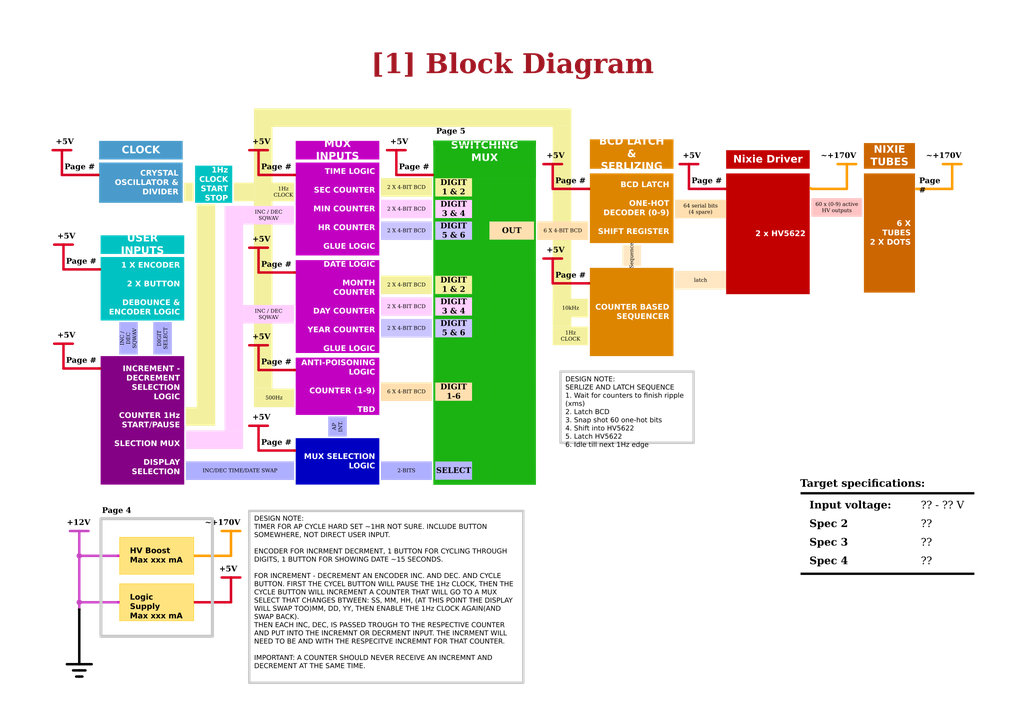
<source format=kicad_sch>
(kicad_sch
	(version 20250114)
	(generator "eeschema")
	(generator_version "9.0")
	(uuid "d4440dba-022e-49b2-97f2-6fc1871c7304")
	(paper "A3")
	(title_block
		(title "Block Diagram")
		(date "2025-01-12")
		(rev "${REVISION}")
		(company "${COMPANY}")
	)
	(lib_symbols)
	(rectangle
		(start 241.3 77.089)
		(end 241.935 77.851)
		(stroke
			(width 0.25)
			(type solid)
			(color 194 0 0 1)
		)
		(fill
			(type color)
			(color 194 0 0 1)
		)
		(uuid 06a90da7-9a86-4843-9c8a-d187caf814ab)
	)
	(rectangle
		(start 79.629 227.584)
		(end 80.264 228.346)
		(stroke
			(width 0.25)
			(type solid)
			(color 255 153 0 1)
		)
		(fill
			(type color)
			(color 255 153 0 1)
		)
		(uuid 12a8f300-c059-4689-9da2-e775c9b7b222)
	)
	(rectangle
		(start 200.66 98.425)
		(end 219.075 197.485)
		(stroke
			(width 0)
			(type default)
			(color 26 179 18 1)
		)
		(fill
			(type color)
			(color 26 179 18 1)
		)
		(uuid 184d4c8d-69e2-411d-8aa5-786395eeddab)
	)
	(rectangle
		(start 177.8 57.785)
		(end 219.71 59.69)
		(stroke
			(width 0.254)
			(type default)
			(color 26 179 18 1)
		)
		(fill
			(type color)
			(color 26 179 18 1)
		)
		(uuid 1c38ab9f-78ac-4525-a905-692b68e0d7be)
	)
	(rectangle
		(start 40.64 110.109)
		(end 41.275 110.871)
		(stroke
			(width 0.25)
			(type solid)
			(color 194 0 0 1)
		)
		(fill
			(type color)
			(color 194 0 0 1)
		)
		(uuid 1ce6bc3d-6cf6-426b-aac5-6f63634d0420)
	)
	(rectangle
		(start 332.105 76.835)
		(end 332.74 77.597)
		(stroke
			(width 0.25)
			(type solid)
			(color 255 153 0 1)
		)
		(fill
			(type color)
			(color 255 153 0 1)
		)
		(uuid 273dad30-1f13-4382-9856-ea5127a4a64b)
	)
	(rectangle
		(start 178.435 98.425)
		(end 219.075 113.03)
		(stroke
			(width 0)
			(type default)
			(color 26 179 18 1)
		)
		(fill
			(type color)
			(color 26 179 18 1)
		)
		(uuid 33939e83-1742-40c8-b78d-5af3b914ab31)
	)
	(rectangle
		(start 219.075 57.785)
		(end 219.71 198.755)
		(stroke
			(width 0)
			(type default)
			(color 26 179 18 1)
		)
		(fill
			(type color)
			(color 26 179 18 1)
		)
		(uuid 43ad7506-e0d7-49b6-972c-517451df1dd9)
	)
	(rectangle
		(start 375.539 77.089)
		(end 376.174 77.851)
		(stroke
			(width 0.25)
			(type solid)
			(color 255 153 0 1)
		)
		(fill
			(type color)
			(color 255 153 0 1)
		)
		(uuid 49525ec1-2318-41c7-a6bd-e2903afe6d39)
	)
	(rectangle
		(start 48.26 227.584)
		(end 48.895 228.346)
		(stroke
			(width 0.25)
			(type solid)
			(color 194 0 194 1)
		)
		(fill
			(type color)
			(color 194 0 194 1)
		)
		(uuid 4c6cb9bc-6ebc-49a3-893d-9406d03eb74b)
	)
	(rectangle
		(start 178.435 164.465)
		(end 219.075 189.23)
		(stroke
			(width 0)
			(type default)
			(color 26 179 18 1)
		)
		(fill
			(type color)
			(color 26 179 18 1)
		)
		(uuid 5b8a041f-77a3-4fa3-8060-556bb091b3c3)
	)
	(rectangle
		(start 178.435 196.85)
		(end 219.075 198.755)
		(stroke
			(width 0)
			(type default)
			(color 26 179 18 1)
		)
		(fill
			(type color)
			(color 26 179 18 1)
		)
		(uuid 613cfa31-f8f2-441b-9b9a-3fe99c745884)
	)
	(rectangle
		(start 120.65 151.384)
		(end 121.285 152.146)
		(stroke
			(width 0.25)
			(type solid)
			(color 194 0 0 1)
		)
		(fill
			(type color)
			(color 194 0 0 1)
		)
		(uuid 68b86a88-9a2a-4b84-96e0-774369b298d9)
	)
	(rectangle
		(start 241.3 115.824)
		(end 241.935 116.586)
		(stroke
			(width 0.25)
			(type solid)
			(color 194 0 0 1)
		)
		(fill
			(type color)
			(color 194 0 0 1)
		)
		(uuid 69dc4566-730b-4a9b-a2a7-5343808baa86)
	)
	(rectangle
		(start 49.022 239.395)
		(end 79.502 254.635)
		(stroke
			(width 0)
			(type default)
			(color 255 200 0 0.5019607843)
		)
		(fill
			(type color)
			(color 255 200 0 0.5019607843)
		)
		(uuid 6d27083e-baf9-459e-b0dc-430395e74362)
	)
	(rectangle
		(start 40.005 71.374)
		(end 40.64 72.136)
		(stroke
			(width 0.25)
			(type solid)
			(color 194 0 0 1)
		)
		(fill
			(type color)
			(color 194 0 0 1)
		)
		(uuid 70402685-b75b-4b36-9a72-62f7d7d97bb6)
	)
	(rectangle
		(start 178.435 89.535)
		(end 219.075 90.805)
		(stroke
			(width 0)
			(type default)
			(color 26 179 18 1)
		)
		(fill
			(type color)
			(color 26 179 18 1)
		)
		(uuid 74c5f5ac-510e-4c99-8e0e-ca2d145a7687)
	)
	(rectangle
		(start 193.675 73.025)
		(end 200.66 197.485)
		(stroke
			(width 0)
			(type default)
			(color 26 179 18 1)
		)
		(fill
			(type color)
			(color 26 179 18 1)
		)
		(uuid 79f3f361-d24a-482c-aac4-fcbedc64941e)
	)
	(rectangle
		(start 178.435 129.54)
		(end 219.075 130.81)
		(stroke
			(width 0)
			(type default)
			(color 26 179 18 1)
		)
		(fill
			(type color)
			(color 26 179 18 1)
		)
		(uuid 805cb107-c99d-4c0b-abe8-aaa26bb57a4d)
	)
	(rectangle
		(start 41.402 212.725)
		(end 87.122 260.985)
		(stroke
			(width 1.27)
			(type default)
			(color 200 200 200 1)
		)
		(fill
			(type none)
		)
		(uuid 897139e0-9c3f-4923-b42e-05cc6d59978b)
	)
	(rectangle
		(start 32.004 249.555)
		(end 33.02 250.317)
		(stroke
			(width 0.001)
			(type default)
			(color 0 0 0 1)
		)
		(fill
			(type color)
			(color 0 0 0 1)
		)
		(uuid 8fb245d6-696e-46a9-aee0-fc71b1bd2811)
	)
	(rectangle
		(start 48.26 246.634)
		(end 48.895 247.396)
		(stroke
			(width 0.25)
			(type solid)
			(color 194 0 194 1)
		)
		(fill
			(type color)
			(color 194 0 194 1)
		)
		(uuid 926c14cd-51d6-4183-83aa-3acd3f364634)
	)
	(rectangle
		(start 120.65 184.404)
		(end 121.285 185.166)
		(stroke
			(width 0.25)
			(type solid)
			(color 194 0 0 1)
		)
		(fill
			(type color)
			(color 194 0 0 1)
		)
		(uuid 9571b2b1-a94e-4c30-b2fb-2e631e61c941)
	)
	(rectangle
		(start 328.422 234.95)
		(end 399.542 235.712)
		(stroke
			(width 0)
			(type default)
			(color 0 0 0 1)
		)
		(fill
			(type color)
			(color 0 0 0 1)
		)
		(uuid 96358351-64fb-49b9-98d4-c975a586b1c3)
	)
	(rectangle
		(start 178.435 120.65)
		(end 219.075 121.92)
		(stroke
			(width 0)
			(type default)
			(color 26 179 18 1)
		)
		(fill
			(type color)
			(color 26 179 18 1)
		)
		(uuid 9f003ee0-d678-41c9-8943-8984c9b88122)
	)
	(rectangle
		(start 178.435 138.43)
		(end 219.075 156.845)
		(stroke
			(width 0)
			(type default)
			(color 26 179 18 1)
		)
		(fill
			(type color)
			(color 26 179 18 1)
		)
		(uuid a0829d77-6f0d-4b5f-a234-3cb3747f5655)
	)
	(rectangle
		(start 79.629 246.634)
		(end 80.264 247.396)
		(stroke
			(width 0.25)
			(type default)
			(color 212 0 32 1)
		)
		(fill
			(type color)
			(color 212 0 32 1)
		)
		(uuid b511ed02-73dc-4aca-8856-32e3a0e7b2bd)
	)
	(rectangle
		(start 120.65 111.379)
		(end 121.285 112.141)
		(stroke
			(width 0.25)
			(type solid)
			(color 194 0 0 1)
		)
		(fill
			(type color)
			(color 194 0 0 1)
		)
		(uuid b9f2e5ef-b700-4338-83f0-642e7313af39)
	)
	(circle
		(center 32.512 247.015)
		(radius 1.016)
		(stroke
			(width 0)
			(type default)
			(color 198 71 194 1)
		)
		(fill
			(type color)
			(color 198 71 194 1)
		)
		(uuid c30887ce-e8b0-4e61-8035-f856b5a10339)
	)
	(rectangle
		(start 177.165 71.374)
		(end 177.8 72.136)
		(stroke
			(width 0.25)
			(type solid)
			(color 194 0 0 1)
		)
		(fill
			(type color)
			(color 194 0 0 1)
		)
		(uuid c3d03417-beac-4428-b6b7-1b67ab2f4d98)
	)
	(rectangle
		(start 328.422 201.93)
		(end 399.542 202.692)
		(stroke
			(width 0)
			(type default)
			(color 0 0 0 1)
		)
		(fill
			(type color)
			(color 0 0 0 1)
		)
		(uuid ca4906af-4562-456f-b79d-f6f2c9056c36)
	)
	(rectangle
		(start 49.022 220.345)
		(end 79.502 235.585)
		(stroke
			(width 0)
			(type default)
			(color 255 200 0 0.5019607843)
		)
		(fill
			(type color)
			(color 255 200 0 0.5019607843)
		)
		(uuid d13c4f55-d46a-439a-a208-cbdf66d39a09)
	)
	(rectangle
		(start 178.435 80.645)
		(end 219.075 81.915)
		(stroke
			(width 0)
			(type default)
			(color 26 179 18 1)
		)
		(fill
			(type color)
			(color 26 179 18 1)
		)
		(uuid d638a22e-ba23-482a-bc2c-e646a4f2119d)
	)
	(rectangle
		(start 177.8 57.785)
		(end 178.435 198.755)
		(stroke
			(width 0)
			(type default)
			(color 26 179 18 1)
		)
		(fill
			(type color)
			(color 26 179 18 1)
		)
		(uuid dc9ef58a-3544-4871-98b7-f59b2deb6c2b)
	)
	(rectangle
		(start 200.66 73.025)
		(end 219.075 89.535)
		(stroke
			(width 0)
			(type default)
			(color 26 179 18 1)
		)
		(fill
			(type color)
			(color 26 179 18 1)
		)
		(uuid e30c19e9-67d6-4732-9ed7-5e02fda8622b)
	)
	(arc
		(start 213.995 93.98)
		(mid 213.995 93.98)
		(end 213.995 93.98)
		(stroke
			(width 0)
			(type default)
		)
		(fill
			(type none)
		)
		(uuid e91c3dd4-8c48-4760-b3e6-fb8a0aaf30fa)
	)
	(rectangle
		(start 297.18 77.089)
		(end 297.815 77.851)
		(stroke
			(width 0.25)
			(type solid)
			(color 194 0 0 1)
		)
		(fill
			(type color)
			(color 194 0 0 1)
		)
		(uuid eb924bb9-d4a1-48f0-8e8b-19adc91e1f01)
	)
	(rectangle
		(start 40.64 150.749)
		(end 41.275 151.511)
		(stroke
			(width 0.25)
			(type solid)
			(color 194 0 0 1)
		)
		(fill
			(type color)
			(color 194 0 0 1)
		)
		(uuid ee55956f-df07-4989-97b3-e4f66feb2c91)
	)
	(rectangle
		(start 120.65 71.374)
		(end 121.285 72.136)
		(stroke
			(width 0.25)
			(type solid)
			(color 194 0 0 1)
		)
		(fill
			(type color)
			(color 194 0 0 1)
		)
		(uuid f29c5093-d601-4cf9-930c-aa7a1d80ce89)
	)
	(rectangle
		(start 178.435 66.04)
		(end 219.71 73.025)
		(stroke
			(width 0)
			(type default)
			(color 26 179 18 1)
		)
		(fill
			(type color)
			(color 26 179 18 1)
		)
		(uuid f6ac3050-3d82-4a34-858d-91b5402f431f)
	)
	(circle
		(center 32.512 227.965)
		(radius 1.016)
		(stroke
			(width 0)
			(type default)
			(color 198 71 194 1)
		)
		(fill
			(type color)
			(color 198 71 194 1)
		)
		(uuid fb962045-e3ad-427d-8e13-7189ce103507)
	)
	(text "+5V"
		(exclude_from_sim no)
		(at 224.155 66.04 0)
		(effects
			(font
				(face "Times New Roman")
				(size 2.286 2.286)
				(thickness 0.4572)
				(bold yes)
				(color 0 0 0 1)
			)
			(justify left bottom)
		)
		(uuid "03be31ff-671c-4c54-aa03-c272c3efeba5")
	)
	(text "+12V"
		(exclude_from_sim no)
		(at 27.432 216.535 0)
		(effects
			(font
				(face "Times New Roman")
				(size 2.286 2.286)
				(thickness 0.4572)
				(bold yes)
				(color 0 0 0 1)
			)
			(justify left bottom)
		)
		(uuid "101bf075-2779-4382-8921-8033e4839d29")
	)
	(text "+5V"
		(exclude_from_sim no)
		(at 160.02 60.325 0)
		(effects
			(font
				(face "Times New Roman")
				(size 2.286 2.286)
				(thickness 0.4572)
				(bold yes)
				(color 0 0 0 1)
			)
			(justify left bottom)
		)
		(uuid "2631e908-d10c-4a1d-969a-d48925ae92a2")
	)
	(text "+5V"
		(exclude_from_sim no)
		(at 103.505 60.325 0)
		(effects
			(font
				(face "Times New Roman")
				(size 2.286 2.286)
				(thickness 0.4572)
				(bold yes)
				(color 0 0 0 1)
			)
			(justify left bottom)
		)
		(uuid "39341b2a-1021-4196-8cb1-5d1afed5b85e")
	)
	(text "+5V"
		(exclude_from_sim no)
		(at 280.035 66.04 0)
		(effects
			(font
				(face "Times New Roman")
				(size 2.286 2.286)
				(thickness 0.4572)
				(bold yes)
				(color 0 0 0 1)
			)
			(justify left bottom)
		)
		(uuid "48c5ec7f-e7eb-442c-8af0-a6cb155673c2")
	)
	(text "DESIGN CONSIDERATIONS"
		(exclude_from_sim no)
		(at 24.13 -48.26 0)
		(effects
			(font
				(face "Arial")
				(size 5 5)
				(bold yes)
				(color 53 60 207 1)
			)
			(justify left bottom)
		)
		(uuid "664f50ee-7027-4085-a7e7-a85f0dd7b2b1")
	)
	(text "+5V"
		(exclude_from_sim no)
		(at 23.495 139.7 0)
		(effects
			(font
				(face "Times New Roman")
				(size 2.286 2.286)
				(thickness 0.4572)
				(bold yes)
				(color 0 0 0 1)
			)
			(justify left bottom)
		)
		(uuid "813e630d-1036-4f10-b271-6f7c6828939e")
	)
	(text "+5V"
		(exclude_from_sim no)
		(at 103.505 173.355 0)
		(effects
			(font
				(face "Times New Roman")
				(size 2.286 2.286)
				(thickness 0.4572)
				(bold yes)
				(color 0 0 0 1)
			)
			(justify left bottom)
		)
		(uuid "864633b2-deac-4360-afb5-1dc232b78016")
	)
	(text "+5V"
		(exclude_from_sim no)
		(at 23.495 99.06 0)
		(effects
			(font
				(face "Times New Roman")
				(size 2.286 2.286)
				(thickness 0.4572)
				(bold yes)
				(color 0 0 0 1)
			)
			(justify left bottom)
		)
		(uuid "89127412-fe4a-42e4-bab3-c545ee7b32c4")
	)
	(text "~+170V"
		(exclude_from_sim no)
		(at 394.335 66.04 0)
		(effects
			(font
				(face "Times New Roman")
				(size 2.286 2.286)
				(thickness 0.4572)
				(bold yes)
				(color 0 0 0 1)
			)
			(justify right bottom)
		)
		(uuid "925b4591-d0fa-40db-8e64-787015f67f1c")
	)
	(text "+5V"
		(exclude_from_sim no)
		(at 97.282 235.585 0)
		(effects
			(font
				(face "Times New Roman")
				(size 2.286 2.286)
				(thickness 0.4572)
				(bold yes)
				(color 0 0 0 1)
			)
			(justify right bottom)
		)
		(uuid "ad6e3829-3684-4af1-9a28-ced841b0c880")
	)
	(text "+5V"
		(exclude_from_sim no)
		(at 22.86 60.325 0)
		(effects
			(font
				(face "Times New Roman")
				(size 2.286 2.286)
				(thickness 0.4572)
				(bold yes)
				(color 0 0 0 1)
			)
			(justify left bottom)
		)
		(uuid "c97acf93-22ac-44f7-a785-c33eecbc5677")
	)
	(text "+5V"
		(exclude_from_sim no)
		(at 103.505 140.335 0)
		(effects
			(font
				(face "Times New Roman")
				(size 2.286 2.286)
				(thickness 0.4572)
				(bold yes)
				(color 0 0 0 1)
			)
			(justify left bottom)
		)
		(uuid "c9a4eaa4-0a86-45c2-9ad2-92484d5dc68c")
	)
	(text "+5V"
		(exclude_from_sim no)
		(at 103.505 100.33 0)
		(effects
			(font
				(face "Times New Roman")
				(size 2.286 2.286)
				(thickness 0.4572)
				(bold yes)
				(color 0 0 0 1)
			)
			(justify left bottom)
		)
		(uuid "da08e3b8-0ff9-4bc6-9292-2aab6ca4a80b")
	)
	(text "~+170V"
		(exclude_from_sim no)
		(at 351.155 66.04 0)
		(effects
			(font
				(face "Times New Roman")
				(size 2.286 2.286)
				(thickness 0.4572)
				(bold yes)
				(color 0 0 0 1)
			)
			(justify right bottom)
		)
		(uuid "eccb7405-8924-48c7-84a7-84602260a3b9")
	)
	(text "+5V"
		(exclude_from_sim no)
		(at 224.155 104.775 0)
		(effects
			(font
				(face "Times New Roman")
				(size 2.286 2.286)
				(thickness 0.4572)
				(bold yes)
				(color 0 0 0 1)
			)
			(justify left bottom)
		)
		(uuid "f5ed18c5-07cc-42a1-9140-04347d94a35e")
	)
	(text "~+170V"
		(exclude_from_sim no)
		(at 98.552 216.535 0)
		(effects
			(font
				(face "Times New Roman")
				(size 2.286 2.286)
				(thickness 0.4572)
				(bold yes)
				(color 0 0 0 1)
			)
			(justify right bottom)
		)
		(uuid "f6a5ad4b-42cb-4635-94fa-d83f0234055d")
	)
	(text_box "INC / DEC SQWAV"
		(exclude_from_sim no)
		(at 99.695 125.095 0)
		(size 20.955 7.62)
		(margins 1.7144 1.7144 1.7144 1.7144)
		(stroke
			(width -0.0001)
			(type solid)
		)
		(fill
			(type color)
			(color 255 207 255 1)
		)
		(effects
			(font
				(face "Times New Roman")
				(size 1.524 1.524)
				(italic yes)
				(color 0 0 0 1)
			)
		)
		(uuid "045403cb-4c2d-4046-b1ad-59f319475518")
	)
	(text_box ""
		(exclude_from_sim no)
		(at 104.14 44.45 0)
		(size 130.175 7.62)
		(margins 1.7144 1.7144 1.7144 1.7144)
		(stroke
			(width -0.0001)
			(type solid)
		)
		(fill
			(type color)
			(color 243 240 160 1)
		)
		(effects
			(font
				(face "Times New Roman")
				(size 1.524 1.524)
				(italic yes)
				(color 0 0 0 1)
			)
		)
		(uuid "053416e3-af94-4a7f-b7e9-b12bd7f3d421")
	)
	(text_box "2 X 4-BIT BCD"
		(exclude_from_sim no)
		(at 156.21 113.03 0)
		(size 20.955 7.62)
		(margins 1.7144 1.7144 1.7144 1.7144)
		(stroke
			(width -0.0001)
			(type solid)
		)
		(fill
			(type color)
			(color 243 240 160 1)
		)
		(effects
			(font
				(face "Times New Roman")
				(size 1.524 1.524)
				(italic yes)
				(color 0 0 0 1)
			)
		)
		(uuid "064e8611-ea3b-43d8-8f85-3cbc28d3277f")
	)
	(text_box ""
		(exclude_from_sim no)
		(at 226.695 52.07 90)
		(size 7.62 38.735)
		(margins 1.7144 1.7144 1.7144 1.7144)
		(stroke
			(width -0.0001)
			(type solid)
		)
		(fill
			(type color)
			(color 243 240 160 1)
		)
		(effects
			(font
				(face "Times New Roman")
				(size 1.524 1.524)
				(italic yes)
				(color 0 0 0 1)
			)
		)
		(uuid "06ff789c-cc36-47d9-ae9d-1b855176a623")
	)
	(text_box "2 x HV5622"
		(exclude_from_sim no)
		(at 297.815 71.12 0)
		(size 34.29 49.53)
		(margins 1.7144 1.7144 1.7144 1.7144)
		(stroke
			(width -0.0001)
			(type solid)
		)
		(fill
			(type color)
			(color 194 0 0 1)
		)
		(effects
			(font
				(face "Arial")
				(size 2.286 2.286)
				(bold yes)
				(color 255 255 255 1)
			)
			(justify right)
		)
		(uuid "075e9859-4258-4e2f-9401-17a638ee67f7")
	)
	(text_box "10kHz"
		(exclude_from_sim no)
		(at 226.695 122.555 0)
		(size 14.605 7.62)
		(margins 1.7144 1.7144 1.7144 1.7144)
		(stroke
			(width -0.0001)
			(type solid)
		)
		(fill
			(type color)
			(color 243 240 160 1)
		)
		(effects
			(font
				(face "Times New Roman")
				(size 1.524 1.524)
				(italic yes)
				(color 0 0 0 1)
			)
		)
		(uuid "07602909-744f-4055-990b-5ad515bd2bab")
	)
	(text_box "BCD LATCH & SERLIZING "
		(exclude_from_sim no)
		(at 241.935 57.15 0)
		(size 34.29 12.065)
		(margins 2.2859 2.2859 2.2859 2.2859)
		(stroke
			(width -0.0001)
			(type solid)
		)
		(fill
			(type color)
			(color 221 133 0 1)
		)
		(effects
			(font
				(face "Arial")
				(size 3.048 3.048)
				(bold yes)
				(color 255 255 255 1)
			)
		)
		(uuid "08792924-1597-48a7-a535-4ea702d4e92a")
	)
	(text_box "DESIGN NOTE:\nExample text for informational design notes."
		(exclude_from_sim no)
		(at 24.13 -45.085 0)
		(size 30.48 20.32)
		(margins 2 2 2 2)
		(stroke
			(width 1)
			(type solid)
			(color 200 200 200 1)
		)
		(fill
			(type none)
		)
		(effects
			(font
				(face "Arial")
				(size 2 2)
				(color 0 0 0 1)
			)
			(justify left top)
		)
		(uuid "093dfa21-71e6-46dd-9a96-20d2a444c1cf")
	)
	(text_box "Spec 4"
		(exclude_from_sim no)
		(at 329.692 226.06 0)
		(size 44.45 7.62)
		(margins 2.2859 2.2859 2.2859 2.2859)
		(stroke
			(width -0.0001)
			(type default)
		)
		(fill
			(type none)
		)
		(effects
			(font
				(face "Times New Roman")
				(size 3.048 3.048)
				(thickness 0.4572)
				(bold yes)
				(color 0 0 0 1)
			)
			(justify left top)
		)
		(uuid "0b8fa12d-be48-46d8-a337-f14f24e9a703")
	)
	(text_box "DESIGN NOTE:\nTIMER FOR AP CYCLE HARD SET ~1HR NOT SURE. INCLUDE BUTTON SOMEWHERE, NOT DIRECT USER INPUT.\n\nENCODER FOR INCRMENT DECRMENT, 1 BUTTON FOR CYCLING THROUGH DIGITS, 1 BUTTON FOR SHOWING DATE ~15 SECONDS.\n\nFOR INCREMENT - DECREMENT AN ENCODER INC. AND DEC. AND CYCLE BUTTON. FIRST THE CYCEL BUTTON WILL PAUSE THE 1Hz CLOCK, THEN THE CYCLE BUTTON WILL INCREMENT A COUNTER THAT WILL GO TO A MUX SELECT THAT CHANGES BTWEEN: SS, MM, HH, (AT THIS POINT THE DISPLAY WILL SWAP TOO)MM, DD, YY, THEN ENABLE THE 1Hz CLOCK AGAIN(AND SWAP BACK).\nTHEN EACH INC, DEC, IS PASSED TROUGH TO THE RESPECTIVE COUNTER AND PUT INTO THE INCREMNT OR DECRMENT INPUT. THE INCRMENT WILL NEED TO BE AND WITH THE RESPECITVE INCREMNT FOR THAT COUNTER.\n\nIMPORTANT: A COUNTER SHOULD NEVER RECEIVE AN INCREMNT AND DECREMENT AT THE SAME TIME. "
		(exclude_from_sim no)
		(at 102.235 209.55 0)
		(size 112.395 70.485)
		(margins 2 2 2 2)
		(stroke
			(width 1)
			(type solid)
			(color 200 200 200 1)
		)
		(fill
			(type none)
		)
		(effects
			(font
				(face "Arial")
				(size 2 2)
				(color 0 0 0 1)
			)
			(justify left top)
		)
		(uuid "0d69c6a1-bc4d-45b4-b52e-70a9645d5bcb")
	)
	(text_box ""
		(exclude_from_sim no)
		(at 75.565 74.93 0)
		(size 3.81 7.62)
		(margins 1.7144 1.7144 1.7144 1.7144)
		(stroke
			(width -0.0001)
			(type solid)
		)
		(fill
			(type color)
			(color 243 240 160 1)
		)
		(effects
			(font
				(face "Times New Roman")
				(size 1.524 1.524)
				(italic yes)
				(color 0 0 0 1)
			)
		)
		(uuid "0e5f91dd-acae-4d5d-90f5-0fe2d3de6dba")
	)
	(text_box "INC / DEC SQWAV"
		(exclude_from_sim no)
		(at 99.695 84.455 0)
		(size 20.955 7.62)
		(margins 1.7144 1.7144 1.7144 1.7144)
		(stroke
			(width -0.0001)
			(type solid)
		)
		(fill
			(type color)
			(color 255 207 255 1)
		)
		(effects
			(font
				(face "Times New Roman")
				(size 1.524 1.524)
				(italic yes)
				(color 0 0 0 1)
			)
		)
		(uuid "0fcced44-5150-48a4-b3b1-654aafc2906f")
	)
	(text_box "1Hz CLOCK"
		(exclude_from_sim no)
		(at 226.695 133.985 0)
		(size 14.605 7.62)
		(margins 1.7144 1.7144 1.7144 1.7144)
		(stroke
			(width -0.0001)
			(type solid)
		)
		(fill
			(type color)
			(color 243 240 160 1)
		)
		(effects
			(font
				(face "Times New Roman")
				(size 1.524 1.524)
				(italic yes)
				(color 0 0 0 1)
			)
		)
		(uuid "111ba726-a3f1-4cd9-9d0f-7f1b940468c2")
	)
	(text_box "Page #"
		(exclude_from_sim no)
		(at 23.495 104.14 0)
		(size 17.78 5.08)
		(margins 1.7144 1.7144 1.7144 1.7144)
		(stroke
			(width -0.0001)
			(type default)
		)
		(fill
			(type none)
		)
		(effects
			(font
				(face "Times New Roman")
				(size 2.286 2.286)
				(thickness 0.4572)
				(bold yes)
				(color 0 0 0 1)
			)
			(justify right top)
		)
		(uuid "15642135-ee5d-4fbb-9a86-3d4a03d1441e")
	)
	(text_box "?? - ?? V"
		(exclude_from_sim no)
		(at 375.412 203.2 0)
		(size 24.13 7.62)
		(margins 2.2859 2.2859 2.2859 2.2859)
		(stroke
			(width -0.0001)
			(type default)
		)
		(fill
			(type none)
		)
		(effects
			(font
				(face "Times New Roman")
				(size 3.048 3.048)
				(color 0 0 0 1)
			)
			(justify left top)
		)
		(uuid "15dd005a-2a1f-436c-a9b8-4953c7e00daf")
	)
	(text_box ""
		(exclude_from_sim no)
		(at 76.2 176.53 0)
		(size 23.495 7.62)
		(margins 1.7144 1.7144 1.7144 1.7144)
		(stroke
			(width -0.0001)
			(type solid)
		)
		(fill
			(type color)
			(color 255 207 255 1)
		)
		(effects
			(font
				(face "Times New Roman")
				(size 1.524 1.524)
				(italic yes)
				(color 0 0 0 1)
			)
		)
		(uuid "18581628-f5e1-45c5-bbcd-bf22fcf10867")
	)
	(text_box "6 X 4-BIT BCD"
		(exclude_from_sim no)
		(at 220.345 90.805 0)
		(size 20.955 7.62)
		(margins 1.7144 1.7144 1.7144 1.7144)
		(stroke
			(width -0.0001)
			(type solid)
		)
		(fill
			(type color)
			(color 255 223 175 1)
		)
		(effects
			(font
				(face "Times New Roman")
				(size 1.524 1.524)
				(italic yes)
				(color 0 0 0 1)
			)
		)
		(uuid "1954c1ec-e6a2-4fa2-99ce-f30f25a00f26")
	)
	(text_box "64 serial bits \n(4 spare)"
		(exclude_from_sim no)
		(at 276.86 81.915 0)
		(size 20.955 7.62)
		(margins 1.7144 1.7144 1.7144 1.7144)
		(stroke
			(width -0.0001)
			(type solid)
		)
		(fill
			(type color)
			(color 255 223 175 1)
		)
		(effects
			(font
				(face "Times New Roman")
				(size 1.524 1.524)
				(italic yes)
				(color 0 0 0 1)
			)
		)
		(uuid "19c7ea31-19bb-4ccd-bedc-916a936ac1c5")
	)
	(text_box "HV Boost\nMax xxx mA"
		(exclude_from_sim no)
		(at 51.562 222.885 0)
		(size 25.4 10.16)
		(margins 1.7144 1.7144 1.7144 1.7144)
		(stroke
			(width -0.0001)
			(type solid)
		)
		(fill
			(type none)
		)
		(effects
			(font
				(face "Arial")
				(size 2.286 2.286)
				(thickness 0.254)
				(bold yes)
				(color 0 0 0 1)
			)
			(justify left top)
		)
		(uuid "2663f24d-cd9a-4dae-a281-16b6b61253ad")
	)
	(text_box "??"
		(exclude_from_sim no)
		(at 375.412 226.06 0)
		(size 24.13 7.62)
		(margins 2.2859 2.2859 2.2859 2.2859)
		(stroke
			(width -0.0001)
			(type default)
		)
		(fill
			(type none)
		)
		(effects
			(font
				(face "Times New Roman")
				(size 3.048 3.048)
				(color 0 0 0 1)
			)
			(justify left top)
		)
		(uuid "286ce998-255c-48c3-a453-7c9a43b4377f")
	)
	(text_box "Page #"
		(exclude_from_sim no)
		(at 224.155 71.12 0)
		(size 17.78 5.08)
		(margins 1.7144 1.7144 1.7144 1.7144)
		(stroke
			(width -0.0001)
			(type default)
		)
		(fill
			(type none)
		)
		(effects
			(font
				(face "Times New Roman")
				(size 2.286 2.286)
				(thickness 0.4572)
				(bold yes)
				(color 0 0 0 1)
			)
			(justify right top)
		)
		(uuid "294be89d-c241-408d-ac82-18df9f162c65")
	)
	(text_box ""
		(exclude_from_sim no)
		(at 95.885 74.93 0)
		(size 8.255 7.62)
		(margins 1.7144 1.7144 1.7144 1.7144)
		(stroke
			(width -0.0001)
			(type solid)
		)
		(fill
			(type color)
			(color 243 240 160 1)
		)
		(effects
			(font
				(face "Times New Roman")
				(size 1.524 1.524)
				(italic yes)
				(color 0 0 0 1)
			)
		)
		(uuid "2c8b58ef-ec08-4243-9dbc-0bddb44aba9b")
	)
	(text_box "DESIGN NOTE:\nExample text for debug notes."
		(exclude_from_sim no)
		(at 59.055 -45.085 0)
		(size 30.48 20.32)
		(margins 2 2 2 2)
		(stroke
			(width 1)
			(type solid)
			(color 255 165 0 1)
		)
		(fill
			(type none)
		)
		(effects
			(font
				(face "Arial")
				(size 2 2)
				(color 0 0 0 1)
			)
			(justify left top)
		)
		(uuid "2e573953-8588-471e-9f05-2baa9b304590")
	)
	(text_box "SWITCHING MUX"
		(exclude_from_sim no)
		(at 178.435 58.42 0)
		(size 40.64 7.62)
		(margins 2.2859 2.2859 2.2859 2.2859)
		(stroke
			(width -0.0001)
			(type solid)
		)
		(fill
			(type color)
			(color 26 179 18 1)
		)
		(effects
			(font
				(face "Arial")
				(size 3.048 3.048)
				(bold yes)
				(color 255 255 255 1)
			)
		)
		(uuid "303e44ee-abec-47f8-8dea-369c5a3e7105")
	)
	(text_box "INC / DEC SQWAV"
		(exclude_from_sim no)
		(at 48.895 132.08 90)
		(size 7.62 13.335)
		(margins 1.1429 1.1429 1.1429 1.1429)
		(stroke
			(width -0.0001)
			(type solid)
		)
		(fill
			(type color)
			(color 175 175 255 1)
		)
		(effects
			(font
				(face "Times New Roman")
				(size 1.524 1.524)
				(italic yes)
				(color 0 0 0 1)
			)
		)
		(uuid "32d98b12-4562-4d59-94f7-bfba37f2e1c6")
	)
	(text_box "BCD LATCH\n\nONE-HOT DECODER (0-9)\n\nSHIFT REGISTER"
		(exclude_from_sim no)
		(at 241.935 71.12 0)
		(size 34.29 28.575)
		(margins 1.7144 1.7144 1.7144 1.7144)
		(stroke
			(width -0.0001)
			(type solid)
		)
		(fill
			(type color)
			(color 221 133 0 1)
		)
		(effects
			(font
				(face "Arial")
				(size 2.286 2.286)
				(bold yes)
				(color 255 255 255 1)
			)
			(justify right)
		)
		(uuid "3876e24b-eb64-40f0-82f4-8ed551a76338")
	)
	(text_box "CRYSTAL OSCILLATOR & DIVIDER"
		(exclude_from_sim no)
		(at 40.64 66.675 0)
		(size 34.29 16.51)
		(margins 1.7144 1.7144 1.7144 1.7144)
		(stroke
			(width -0.0001)
			(type solid)
		)
		(fill
			(type color)
			(color 74 155 203 1)
		)
		(effects
			(font
				(face "Arial")
				(size 2.286 2.286)
				(bold yes)
				(color 255 255 255 1)
			)
			(justify right)
		)
		(uuid "3910b3f6-1cc5-449c-afe1-9650f7f39464")
	)
	(text_box "60 x (0-9) active HV outputs"
		(exclude_from_sim no)
		(at 332.74 81.28 0)
		(size 20.955 7.62)
		(margins 1.1429 1.1429 1.1429 1.1429)
		(stroke
			(width -0.0001)
			(type solid)
		)
		(fill
			(type color)
			(color 255 195 195 1)
		)
		(effects
			(font
				(face "Times New Roman")
				(size 1.524 1.524)
				(italic yes)
				(color 0 0 0 1)
			)
		)
		(uuid "3a94088b-fb0e-4e61-ac4e-4b2822eb3025")
	)
	(text_box "Page #"
		(exclude_from_sim no)
		(at 160.02 65.405 0)
		(size 17.78 5.08)
		(margins 1.7144 1.7144 1.7144 1.7144)
		(stroke
			(width -0.0001)
			(type default)
		)
		(fill
			(type none)
		)
		(effects
			(font
				(face "Times New Roman")
				(size 2.286 2.286)
				(thickness 0.4572)
				(bold yes)
				(color 0 0 0 1)
			)
			(justify right top)
		)
		(uuid "3c68f312-2030-4024-b5b8-0d4cb9acf72a")
	)
	(text_box "MUX INPUTS"
		(exclude_from_sim no)
		(at 121.285 57.785 0)
		(size 34.29 7.62)
		(margins 2.2859 2.2859 2.2859 2.2859)
		(stroke
			(width -0.0001)
			(type solid)
		)
		(fill
			(type color)
			(color 194 0 194 1)
		)
		(effects
			(font
				(face "Arial")
				(size 3.048 3.048)
				(bold yes)
				(color 255 255 255 1)
			)
		)
		(uuid "3e87b546-b6dc-4fa4-9348-4f1c2934ca37")
	)
	(text_box "Page #"
		(exclude_from_sim no)
		(at 22.86 65.405 0)
		(size 17.78 5.08)
		(margins 1.7144 1.7144 1.7144 1.7144)
		(stroke
			(width -0.0001)
			(type default)
		)
		(fill
			(type none)
		)
		(effects
			(font
				(face "Times New Roman")
				(size 2.286 2.286)
				(thickness 0.4572)
				(bold yes)
				(color 0 0 0 1)
			)
			(justify right top)
		)
		(uuid "437beeb4-8fab-4629-8a22-68c4be7a2c41")
	)
	(text_box ""
		(exclude_from_sim no)
		(at 104.14 132.715 90)
		(size 7.62 26.67)
		(margins 1.7144 1.7144 1.7144 1.7144)
		(stroke
			(width -0.0001)
			(type solid)
		)
		(fill
			(type color)
			(color 243 240 160 1)
		)
		(effects
			(font
				(face "Times New Roman")
				(size 1.524 1.524)
				(italic yes)
				(color 0 0 0 1)
			)
		)
		(uuid "450d164f-20cb-411f-ad98-7b1c88cb7647")
	)
	(text_box "DIGIT 5 & 6"
		(exclude_from_sim no)
		(at 178.435 130.81 0)
		(size 15.24 7.62)
		(margins 1.7144 1.7144 1.7144 1.7144)
		(stroke
			(width -0.0001)
			(type solid)
		)
		(fill
			(type color)
			(color 202 196 255 1)
		)
		(effects
			(font
				(face "Times New Roman")
				(size 2.286 2.286)
				(bold yes)
				(color 0 0 0 1)
			)
		)
		(uuid "455b529d-2342-41b7-ba50-14f31273f6c0")
	)
	(text_box "Page #"
		(exclude_from_sim no)
		(at 280.035 71.12 0)
		(size 17.78 5.08)
		(margins 1.7144 1.7144 1.7144 1.7144)
		(stroke
			(width -0.0001)
			(type default)
		)
		(fill
			(type none)
		)
		(effects
			(font
				(face "Times New Roman")
				(size 2.286 2.286)
				(thickness 0.4572)
				(bold yes)
				(color 0 0 0 1)
			)
			(justify right top)
		)
		(uuid "506c17c2-9ed0-4dd5-871a-fbc99df35ab8")
	)
	(text_box "INCREMENT - DECREMENT SELECTION LOGIC\n\nCOUNTER 1Hz START/PAUSE\n\nSLECTION MUX\n\nDISPLAY SELECTION"
		(exclude_from_sim no)
		(at 41.275 146.05 0)
		(size 34.29 52.705)
		(margins 1.7144 1.7144 1.7144 1.7144)
		(stroke
			(width -0.0001)
			(type solid)
		)
		(fill
			(type color)
			(color 132 0 132 1)
		)
		(effects
			(font
				(face "Arial")
				(size 2.286 2.286)
				(bold yes)
				(color 255 255 255 1)
			)
			(justify right)
		)
		(uuid "599c80f1-5ad2-4faf-9f31-2f0ee29b2c26")
	)
	(text_box "Page #"
		(exclude_from_sim no)
		(at 103.505 145.415 0)
		(size 17.78 5.08)
		(margins 1.7144 1.7144 1.7144 1.7144)
		(stroke
			(width -0.0001)
			(type default)
		)
		(fill
			(type none)
		)
		(effects
			(font
				(face "Times New Roman")
				(size 2.286 2.286)
				(thickness 0.4572)
				(bold yes)
				(color 0 0 0 1)
			)
			(justify right top)
		)
		(uuid "5b1d78d2-13b4-4123-9d5c-f13da0f08025")
	)
	(text_box "Sequence"
		(exclude_from_sim no)
		(at 255.27 100.33 90)
		(size 7.62 8.89)
		(margins 1.1429 1.1429 1.1429 1.1429)
		(stroke
			(width -0.0001)
			(type solid)
		)
		(fill
			(type color)
			(color 255 231 195 1)
		)
		(effects
			(font
				(face "Times New Roman")
				(size 1.524 1.524)
				(italic yes)
				(color 0 0 0 1)
			)
		)
		(uuid "5f4a2d80-9818-43e5-9ca8-d8665fb36805")
	)
	(text_box "Page #"
		(exclude_from_sim no)
		(at 103.505 105.41 0)
		(size 17.78 5.08)
		(margins 1.7144 1.7144 1.7144 1.7144)
		(stroke
			(width -0.0001)
			(type default)
		)
		(fill
			(type none)
		)
		(effects
			(font
				(face "Times New Roman")
				(size 2.286 2.286)
				(thickness 0.4572)
				(bold yes)
				(color 0 0 0 1)
			)
			(justify right top)
		)
		(uuid "64846197-25b0-465e-a2cb-6bd6b049e04d")
	)
	(text_box "INC/DEC TIME/DATE SWAP"
		(exclude_from_sim no)
		(at 76.2 189.23 0)
		(size 44.45 7.62)
		(margins 1.1429 1.1429 1.1429 1.1429)
		(stroke
			(width -0.0001)
			(type solid)
		)
		(fill
			(type color)
			(color 175 175 255 1)
		)
		(effects
			(font
				(face "Times New Roman")
				(size 1.524 1.524)
				(italic yes)
				(color 0 0 0 1)
			)
		)
		(uuid "6521efeb-e66f-4cc2-be18-efa080bdf5df")
	)
	(text_box "LAYOUT NOTE:\nExample text for critical layout guidelines."
		(exclude_from_sim no)
		(at 163.83 -45.085 0)
		(size 30.48 20.32)
		(margins 2.25 2.25 2.25 2.25)
		(stroke
			(width 1.5)
			(type solid)
			(color 0 0 255 1)
		)
		(fill
			(type none)
		)
		(effects
			(font
				(face "Arial")
				(size 2 2)
				(thickness 0.4)
				(bold yes)
				(color 0 0 255 1)
			)
			(justify left top)
		)
		(uuid "6ac9a1f3-1f43-4462-8329-a7c0d058ebf8")
	)
	(text_box "2 X 4-BIT BCD"
		(exclude_from_sim no)
		(at 156.21 121.92 0)
		(size 20.955 7.62)
		(margins 1.7144 1.7144 1.7144 1.7144)
		(stroke
			(width -0.0001)
			(type solid)
		)
		(fill
			(type color)
			(color 255 207 255 1)
		)
		(effects
			(font
				(face "Times New Roman")
				(size 1.524 1.524)
				(italic yes)
				(color 0 0 0 1)
			)
		)
		(uuid "6b7cb7e0-9d3a-4899-b53a-ea45d2867bf8")
	)
	(text_box "Page #"
		(exclude_from_sim no)
		(at 103.505 65.405 0)
		(size 17.78 5.08)
		(margins 1.7144 1.7144 1.7144 1.7144)
		(stroke
			(width -0.0001)
			(type default)
		)
		(fill
			(type none)
		)
		(effects
			(font
				(face "Times New Roman")
				(size 2.286 2.286)
				(thickness 0.4572)
				(bold yes)
				(color 0 0 0 1)
			)
			(justify right top)
		)
		(uuid "6f4df2c0-b2b2-4d40-9a35-d9418bb2bb1d")
	)
	(text_box "COUNTER BASED SEQUENCER"
		(exclude_from_sim no)
		(at 241.935 109.855 0)
		(size 34.29 36.195)
		(margins 1.7144 1.7144 1.7144 1.7144)
		(stroke
			(width -0.0001)
			(type solid)
		)
		(fill
			(type color)
			(color 221 133 0 1)
		)
		(effects
			(font
				(face "Arial")
				(size 2.286 2.286)
				(bold yes)
				(color 255 255 255 1)
			)
			(justify right)
		)
		(uuid "7353f8db-da3f-407d-83ab-422559c4d15e")
	)
	(text_box "[${#}] ${TITLE}"
		(exclude_from_sim no)
		(at 144.78 20.32 0)
		(size 130.81 12.7)
		(margins 5.9999 5.9999 5.9999 5.9999)
		(stroke
			(width -0.0001)
			(type default)
		)
		(fill
			(type none)
		)
		(effects
			(font
				(face "Times New Roman")
				(size 8 8)
				(thickness 1.2)
				(bold yes)
				(color 162 22 34 1)
			)
		)
		(uuid "73b2b29c-2473-4e80-be0b-4f57c6856c3e")
	)
	(text_box "DESIGN NOTE:\nExample text for critical design notes."
		(exclude_from_sim no)
		(at 128.905 -45.085 0)
		(size 30.48 20.32)
		(margins 2.25 2.25 2.25 2.25)
		(stroke
			(width 1.5)
			(type solid)
			(color 255 0 0 1)
		)
		(fill
			(type none)
		)
		(effects
			(font
				(face "Arial")
				(size 2 2)
				(thickness 0.4)
				(bold yes)
				(color 255 0 0 1)
			)
			(justify left top)
		)
		(uuid "7536fb3b-a1e2-44bf-b390-dceba1285053")
	)
	(text_box "NIXIE TUBES"
		(exclude_from_sim no)
		(at 354.33 58.674 0)
		(size 20.955 10.541)
		(margins 2.2859 2.2859 2.2859 2.2859)
		(stroke
			(width -0.0001)
			(type solid)
		)
		(fill
			(type color)
			(color 204 102 0 1)
		)
		(effects
			(font
				(face "Arial")
				(size 3.048 3.048)
				(bold yes)
				(color 255 255 255 1)
			)
		)
		(uuid "75b59742-7d57-47f0-b471-3f02d952ed4b")
	)
	(text_box "??"
		(exclude_from_sim no)
		(at 375.412 210.82 0)
		(size 24.13 7.62)
		(margins 2.2859 2.2859 2.2859 2.2859)
		(stroke
			(width -0.0001)
			(type default)
		)
		(fill
			(type none)
		)
		(effects
			(font
				(face "Times New Roman")
				(size 3.048 3.048)
				(color 0 0 0 1)
			)
			(justify left top)
		)
		(uuid "79a60212-4382-435d-b74b-f889451ff3a1")
	)
	(text_box "Input voltage:"
		(exclude_from_sim no)
		(at 329.692 203.2 0)
		(size 41.91 7.62)
		(margins 2.2859 2.2859 2.2859 2.2859)
		(stroke
			(width -0.0001)
			(type default)
		)
		(fill
			(type none)
		)
		(effects
			(font
				(face "Times New Roman")
				(size 3.048 3.048)
				(thickness 0.4572)
				(bold yes)
				(color 0 0 0 1)
			)
			(justify left top)
		)
		(uuid "7a48ef1e-fc21-4f84-87ab-2b944a808bd0")
	)
	(text_box "CLOCK"
		(exclude_from_sim no)
		(at 40.64 57.785 0)
		(size 34.29 7.62)
		(margins 2.2859 2.2859 2.2859 2.2859)
		(stroke
			(width -0.0001)
			(type solid)
		)
		(fill
			(type color)
			(color 74 155 203 1)
		)
		(effects
			(font
				(face "Arial")
				(size 3.048 3.048)
				(bold yes)
				(color 255 255 255 1)
			)
		)
		(uuid "7a77dff7-2b2f-4cc0-b247-3708c3bf73e3")
	)
	(text_box ""
		(exclude_from_sim no)
		(at 76.2 167.005 0)
		(size 12.065 7.62)
		(margins 1.7144 1.7144 1.7144 1.7144)
		(stroke
			(width -0.0001)
			(type solid)
		)
		(fill
			(type color)
			(color 243 240 160 1)
		)
		(effects
			(font
				(face "Times New Roman")
				(size 1.524 1.524)
				(italic yes)
				(color 0 0 0 1)
			)
		)
		(uuid "7ebf760f-8082-41bb-8e21-b3c1c4c70788")
	)
	(text_box "DESIGN NOTE:\nExample text for cautionary design notes."
		(exclude_from_sim no)
		(at 93.98 -45.085 0)
		(size 30.48 20.32)
		(margins 2 2 2 2)
		(stroke
			(width 1)
			(type solid)
			(color 250 236 0 1)
		)
		(fill
			(type none)
		)
		(effects
			(font
				(face "Arial")
				(size 2 2)
				(color 0 0 0 1)
			)
			(justify left top)
		)
		(uuid "84e344d2-cbd1-4d83-bed0-f10e949015d3")
	)
	(text_box "USER INPUTS"
		(exclude_from_sim no)
		(at 41.275 96.52 0)
		(size 34.29 7.62)
		(margins 2.2859 2.2859 2.2859 2.2859)
		(stroke
			(width -0.0001)
			(type solid)
		)
		(fill
			(type color)
			(color 0 194 194 1)
		)
		(effects
			(font
				(face "Arial")
				(size 3.048 3.048)
				(bold yes)
				(color 255 255 255 1)
			)
		)
		(uuid "86adaf35-d906-4de9-908a-64a8d7118d6b")
	)
	(text_box "Page #"
		(exclude_from_sim no)
		(at 103.505 178.435 0)
		(size 17.78 5.08)
		(margins 1.7144 1.7144 1.7144 1.7144)
		(stroke
			(width -0.0001)
			(type default)
		)
		(fill
			(type none)
		)
		(effects
			(font
				(face "Times New Roman")
				(size 2.286 2.286)
				(thickness 0.4572)
				(bold yes)
				(color 0 0 0 1)
			)
			(justify right top)
		)
		(uuid "86c6ce11-6a66-4348-9388-bd72974b2b99")
	)
	(text_box "DATE LOGIC\n\nMONTH COUNTER\n\nDAY COUNTER\n\nYEAR COUNTER\n\nGLUE LOGIC"
		(exclude_from_sim no)
		(at 121.285 106.68 0)
		(size 34.29 38.1)
		(margins 1.7144 1.7144 1.7144 1.7144)
		(stroke
			(width -0.0001)
			(type solid)
		)
		(fill
			(type color)
			(color 194 0 194 1)
		)
		(effects
			(font
				(face "Arial")
				(size 2.286 2.286)
				(bold yes)
				(color 255 255 255 1)
			)
			(justify right)
		)
		(uuid "883e405a-4572-4760-8eb4-84fc8fada71b")
	)
	(text_box "DIGIT 5 & 6"
		(exclude_from_sim no)
		(at 178.435 90.805 0)
		(size 15.24 7.62)
		(margins 1.7144 1.7144 1.7144 1.7144)
		(stroke
			(width -0.0001)
			(type solid)
		)
		(fill
			(type color)
			(color 202 196 255 1)
		)
		(effects
			(font
				(face "Times New Roman")
				(size 2.286 2.286)
				(bold yes)
				(color 0 0 0 1)
			)
		)
		(uuid "88cc83e7-7bb4-4d6b-9595-b9e1bee5e04b")
	)
	(text_box "2 X 4-BIT BCD"
		(exclude_from_sim no)
		(at 156.21 130.81 0)
		(size 20.955 7.62)
		(margins 1.7144 1.7144 1.7144 1.7144)
		(stroke
			(width -0.0001)
			(type solid)
		)
		(fill
			(type color)
			(color 202 196 255 1)
		)
		(effects
			(font
				(face "Times New Roman")
				(size 1.524 1.524)
				(italic yes)
				(color 0 0 0 1)
			)
		)
		(uuid "8c0dbdb6-1bf6-4315-bed1-2284619901ea")
	)
	(text_box "6 X 4-BIT BCD"
		(exclude_from_sim no)
		(at 156.21 156.845 0)
		(size 20.955 7.62)
		(margins 1.7144 1.7144 1.7144 1.7144)
		(stroke
			(width -0.0001)
			(type solid)
		)
		(fill
			(type color)
			(color 255 223 175 1)
		)
		(effects
			(font
				(face "Times New Roman")
				(size 1.524 1.524)
				(italic yes)
				(color 0 0 0 1)
			)
		)
		(uuid "90c91df8-b488-49ca-84cb-d8c1a01cea6f")
	)
	(text_box "Target specifications:"
		(exclude_from_sim no)
		(at 325.882 194.31 0)
		(size 73.66 7.62)
		(margins 2.2859 2.2859 2.2859 2.2859)
		(stroke
			(width -0.0001)
			(type default)
		)
		(fill
			(type none)
		)
		(effects
			(font
				(face "Times New Roman")
				(size 3.048 3.048)
				(thickness 0.4572)
				(bold yes)
				(color 0 0 0 1)
			)
			(justify left top)
		)
		(uuid "92d1b8db-5c65-4f81-bd38-95477ba2f196")
	)
	(text_box "500Hz"
		(exclude_from_sim no)
		(at 104.14 159.385 0)
		(size 16.51 7.62)
		(margins 1.7144 1.7144 1.7144 1.7144)
		(stroke
			(width -0.0001)
			(type solid)
		)
		(fill
			(type color)
			(color 243 240 160 1)
		)
		(effects
			(font
				(face "Times New Roman")
				(size 1.524 1.524)
				(italic yes)
				(color 0 0 0 1)
			)
		)
		(uuid "92d5f947-f77b-44c6-a843-023f2ce04ffb")
	)
	(text_box "DIGIT 3 & 4"
		(exclude_from_sim no)
		(at 178.435 81.915 0)
		(size 15.24 7.62)
		(margins 1.7144 1.7144 1.7144 1.7144)
		(stroke
			(width -0.0001)
			(type solid)
		)
		(fill
			(type color)
			(color 255 207 255 1)
		)
		(effects
			(font
				(face "Times New Roman")
				(size 2.286 2.286)
				(bold yes)
				(color 0 0 0 1)
			)
		)
		(uuid "99de4852-1e6a-43c2-80a3-f90f994ca547")
	)
	(text_box "Page #"
		(exclude_from_sim no)
		(at 224.155 109.855 0)
		(size 17.78 5.08)
		(margins 1.7144 1.7144 1.7144 1.7144)
		(stroke
			(width -0.0001)
			(type default)
		)
		(fill
			(type none)
		)
		(effects
			(font
				(face "Times New Roman")
				(size 2.286 2.286)
				(thickness 0.4572)
				(bold yes)
				(color 0 0 0 1)
			)
			(justify right top)
		)
		(uuid "a07d1b42-76dc-4ee4-933f-bdce6768136e")
	)
	(text_box "6 X TUBES\n2 X DOTS"
		(exclude_from_sim no)
		(at 354.33 71.12 0)
		(size 20.955 48.895)
		(margins 1.7144 1.7144 1.7144 1.7144)
		(stroke
			(width -0.0001)
			(type solid)
		)
		(fill
			(type color)
			(color 204 102 0 1)
		)
		(effects
			(font
				(face "Arial")
				(size 2.286 2.286)
				(bold yes)
				(color 255 255 255 1)
			)
			(justify right)
		)
		(uuid "a0c9981a-9386-42e1-a931-a35dd511fcdb")
	)
	(text_box ""
		(exclude_from_sim no)
		(at 104.14 51.435 90)
		(size 7.62 33.02)
		(margins 1.7144 1.7144 1.7144 1.7144)
		(stroke
			(width -0.0001)
			(type solid)
		)
		(fill
			(type color)
			(color 243 240 160 1)
		)
		(effects
			(font
				(face "Times New Roman")
				(size 1.524 1.524)
				(italic yes)
				(color 0 0 0 1)
			)
		)
		(uuid "a10af7d1-4278-4f87-9655-c4b63b576de7")
	)
	(text_box ""
		(exclude_from_sim no)
		(at 226.695 98.425 90)
		(size 7.62 35.56)
		(margins 1.7144 1.7144 1.7144 1.7144)
		(stroke
			(width -0.0001)
			(type solid)
		)
		(fill
			(type color)
			(color 243 240 160 1)
		)
		(effects
			(font
				(face "Times New Roman")
				(size 1.524 1.524)
				(italic yes)
				(color 0 0 0 1)
			)
		)
		(uuid "a2e5d423-d7ad-466b-b927-db835240e6a9")
	)
	(text_box "DIGIT 1-6"
		(exclude_from_sim no)
		(at 178.435 156.845 0)
		(size 15.24 7.62)
		(margins 1.7144 1.7144 1.7144 1.7144)
		(stroke
			(width -0.0001)
			(type solid)
		)
		(fill
			(type color)
			(color 255 223 175 1)
		)
		(effects
			(font
				(face "Times New Roman")
				(size 2.286 2.286)
				(bold yes)
				(color 0 0 0 1)
			)
		)
		(uuid "a8cbca1f-5890-4348-9c6e-906daf7bcb3b")
	)
	(text_box "Spec 3"
		(exclude_from_sim no)
		(at 329.692 218.44 0)
		(size 41.91 7.62)
		(margins 2.2859 2.2859 2.2859 2.2859)
		(stroke
			(width -0.0001)
			(type default)
		)
		(fill
			(type none)
		)
		(effects
			(font
				(face "Times New Roman")
				(size 3.048 3.048)
				(thickness 0.4572)
				(bold yes)
				(color 0 0 0 1)
			)
			(justify left top)
		)
		(uuid "a94bbe48-2b5a-4095-ae3e-6304ba06e582")
	)
	(text_box "??"
		(exclude_from_sim no)
		(at 375.412 218.44 0)
		(size 24.13 7.62)
		(margins 2.2859 2.2859 2.2859 2.2859)
		(stroke
			(width -0.0001)
			(type default)
		)
		(fill
			(type none)
		)
		(effects
			(font
				(face "Times New Roman")
				(size 3.048 3.048)
				(color 0 0 0 1)
			)
			(justify left top)
		)
		(uuid "a9743942-0f35-4d97-920c-63913a3a8cf5")
	)
	(text_box "Spec 2"
		(exclude_from_sim no)
		(at 329.692 210.82 0)
		(size 43.18 7.62)
		(margins 2.2859 2.2859 2.2859 2.2859)
		(stroke
			(width -0.0001)
			(type default)
		)
		(fill
			(type none)
		)
		(effects
			(font
				(face "Times New Roman")
				(size 3.048 3.048)
				(thickness 0.4572)
				(bold yes)
				(color 0 0 0 1)
			)
			(justify left top)
		)
		(uuid "acb13397-22c2-4daa-8b50-96cfdf3951b7")
	)
	(text_box "2 X 4-BIT BCD"
		(exclude_from_sim no)
		(at 156.21 90.805 0)
		(size 20.955 7.62)
		(margins 1.7144 1.7144 1.7144 1.7144)
		(stroke
			(width -0.0001)
			(type solid)
		)
		(fill
			(type color)
			(color 202 196 255 1)
		)
		(effects
			(font
				(face "Times New Roman")
				(size 1.524 1.524)
				(italic yes)
				(color 0 0 0 1)
			)
		)
		(uuid "af8ccecd-3cac-4bbf-80fb-59284e647408")
	)
	(text_box "DIGIT SELECT"
		(exclude_from_sim no)
		(at 62.865 132.08 90)
		(size 7.62 13.335)
		(margins 1.1429 1.1429 1.1429 1.1429)
		(stroke
			(width -0.0001)
			(type solid)
		)
		(fill
			(type color)
			(color 175 175 255 1)
		)
		(effects
			(font
				(face "Times New Roman")
				(size 1.524 1.524)
				(italic yes)
				(color 0 0 0 1)
			)
		)
		(uuid "b1346c47-1f60-4324-b774-b708d6194132")
	)
	(text_box "Page #"
		(exclude_from_sim no)
		(at 375.285 71.12 0)
		(size 14.605 5.08)
		(margins 1.7144 1.7144 1.7144 1.7144)
		(stroke
			(width -0.0001)
			(type solid)
		)
		(fill
			(type none)
		)
		(effects
			(font
				(face "Times New Roman")
				(size 2.286 2.286)
				(thickness 0.4572)
				(bold yes)
				(color 0 0 0 1)
			)
			(justify left top)
		)
		(uuid "b24aaa29-d5ec-4831-bfc4-b10506b374dc")
	)
	(text_box "2 X 4-BIT BCD"
		(exclude_from_sim no)
		(at 156.21 73.025 0)
		(size 20.955 7.62)
		(margins 1.7144 1.7144 1.7144 1.7144)
		(stroke
			(width -0.0001)
			(type solid)
		)
		(fill
			(type color)
			(color 243 240 160 1)
		)
		(effects
			(font
				(face "Times New Roman")
				(size 1.524 1.524)
				(italic yes)
				(color 0 0 0 1)
			)
		)
		(uuid "b37ca328-11f5-429e-b9dc-08229a7382eb")
	)
	(text_box "SELECT"
		(exclude_from_sim no)
		(at 178.435 189.23 0)
		(size 15.24 7.62)
		(margins 1.7144 1.7144 1.7144 1.7144)
		(stroke
			(width -0.0001)
			(type solid)
		)
		(fill
			(type color)
			(color 175 175 255 0.9)
		)
		(effects
			(font
				(face "Times New Roman")
				(size 2.286 2.286)
				(bold yes)
				(color 0 0 0 1)
			)
		)
		(uuid "b65dcc37-3f95-4feb-84cf-eaf75c3407dd")
	)
	(text_box "DIGIT 1 & 2"
		(exclude_from_sim no)
		(at 178.435 73.025 0)
		(size 15.24 7.62)
		(margins 1.7144 1.7144 1.7144 1.7144)
		(stroke
			(width -0.0001)
			(type solid)
		)
		(fill
			(type color)
			(color 243 240 160 1)
		)
		(effects
			(font
				(face "Times New Roman")
				(size 2.286 2.286)
				(bold yes)
				(color 0 0 0 1)
			)
		)
		(uuid "b718a613-50e2-4e59-ad8f-81f389012f74")
	)
	(text_box "AP INT."
		(exclude_from_sim no)
		(at 134.62 170.815 90)
		(size 7.62 8.255)
		(margins 1.1429 1.1429 1.1429 1.1429)
		(stroke
			(width -0.0001)
			(type solid)
		)
		(fill
			(type color)
			(color 175 175 255 1)
		)
		(effects
			(font
				(face "Times New Roman")
				(size 1.524 1.524)
				(italic yes)
				(color 0 0 0 1)
			)
		)
		(uuid "bb7f27f2-983c-4f97-8558-e2ba4bf844c4")
	)
	(text_box "Nixie Driver"
		(exclude_from_sim no)
		(at 297.815 61.595 0)
		(size 34.29 7.62)
		(margins 2.2859 2.2859 2.2859 2.2859)
		(stroke
			(width -0.0001)
			(type solid)
		)
		(fill
			(type color)
			(color 194 0 0 1)
		)
		(effects
			(font
				(face "Arial")
				(size 3.048 3.048)
				(bold yes)
				(color 255 255 255 1)
			)
		)
		(uuid "bdfee48f-f867-4503-8ad6-e831a000c2c7")
	)
	(text_box "Logic Supply\nMax xxx mA"
		(exclude_from_sim no)
		(at 51.562 241.935 0)
		(size 25.4 10.16)
		(margins 1.7144 1.7144 1.7144 1.7144)
		(stroke
			(width -0.0001)
			(type solid)
		)
		(fill
			(type none)
		)
		(effects
			(font
				(face "Arial")
				(size 2.286 2.286)
				(thickness 0.254)
				(bold yes)
				(color 0 0 0 1)
			)
			(justify left top)
		)
		(uuid "c57b2792-b5b6-4248-8bcf-18760935fbf0")
	)
	(text_box "TIME LOGIC\n\nSEC COUNTER\n\nMIN COUNTER\n\nHR COUNTER\n\nGLUE LOGIC"
		(exclude_from_sim no)
		(at 121.285 66.675 0)
		(size 34.29 38.1)
		(margins 1.7144 1.7144 1.7144 1.7144)
		(stroke
			(width -0.0001)
			(type solid)
		)
		(fill
			(type color)
			(color 194 0 194 1)
		)
		(effects
			(font
				(face "Arial")
				(size 2.286 2.286)
				(bold yes)
				(color 255 255 255 1)
			)
			(justify right)
		)
		(uuid "c918c09a-3d87-4b8f-bee1-b1570c767683")
	)
	(text_box "1 X ENCODER\n\n2 X BUTTON\n\nDEBOUNCE & ENCODER LOGIC"
		(exclude_from_sim no)
		(at 41.275 105.41 0)
		(size 34.29 26.035)
		(margins 1.7144 1.7144 1.7144 1.7144)
		(stroke
			(width -0.0001)
			(type solid)
		)
		(fill
			(type color)
			(color 0 194 194 1)
		)
		(effects
			(font
				(face "Arial")
				(size 2.286 2.286)
				(bold yes)
				(color 255 255 255 1)
			)
			(justify right)
		)
		(uuid "cb3ca99d-e4cc-4f45-b459-0ceefc52bd28")
	)
	(text_box ""
		(exclude_from_sim no)
		(at 104.14 92.075 90)
		(size 7.62 33.02)
		(margins 1.7144 1.7144 1.7144 1.7144)
		(stroke
			(width -0.0001)
			(type solid)
		)
		(fill
			(type color)
			(color 243 240 160 1)
		)
		(effects
			(font
				(face "Times New Roman")
				(size 1.524 1.524)
				(italic yes)
				(color 0 0 0 1)
			)
		)
		(uuid "cff9e433-b17e-416e-accf-1ba662518f14")
	)
	(text_box "Page #"
		(exclude_from_sim no)
		(at 23.495 144.78 0)
		(size 17.78 5.08)
		(margins 1.7144 1.7144 1.7144 1.7144)
		(stroke
			(width -0.0001)
			(type default)
		)
		(fill
			(type none)
		)
		(effects
			(font
				(face "Times New Roman")
				(size 2.286 2.286)
				(thickness 0.4572)
				(bold yes)
				(color 0 0 0 1)
			)
			(justify right top)
		)
		(uuid "d478c9d6-66df-49a2-85c8-cf2a9462a936")
	)
	(text_box "Page 4"
		(exclude_from_sim no)
		(at 40.132 206.375 0)
		(size 26.67 5.08)
		(margins 1.7144 1.7144 1.7144 1.7144)
		(stroke
			(width -0.0001)
			(type solid)
		)
		(fill
			(type none)
		)
		(effects
			(font
				(face "Times New Roman")
				(size 2.286 2.286)
				(thickness 0.4572)
				(bold yes)
				(color 0 0 0 1)
			)
			(justify left top)
			(href "#4")
		)
		(uuid "d9eed77b-8391-48bf-a073-8dcaf7ecaa31")
	)
	(text_box "MUX SELECTION LOGIC\n\n"
		(exclude_from_sim no)
		(at 121.285 179.705 0)
		(size 34.29 19.05)
		(margins 1.7144 1.7144 1.7144 1.7144)
		(stroke
			(width -0.0001)
			(type solid)
		)
		(fill
			(type color)
			(color 0 0 194 1)
		)
		(effects
			(font
				(face "Arial")
				(size 2.286 2.286)
				(bold yes)
				(color 255 255 255 1)
			)
			(justify right)
		)
		(uuid "dd3606d0-259e-4a91-aff5-9f61c424473e")
	)
	(text_box "1Hz CLOCK START STOP"
		(exclude_from_sim no)
		(at 80.01 67.945 0)
		(size 15.24 15.24)
		(margins 1.7144 1.7144 1.7144 1.7144)
		(stroke
			(width -0.0001)
			(type solid)
		)
		(fill
			(type color)
			(color 0 194 194 1)
		)
		(effects
			(font
				(face "Arial")
				(size 2.286 2.286)
				(bold yes)
				(color 255 255 255 1)
			)
			(justify right)
		)
		(uuid "e23b89cf-725f-4a6c-9b91-a7c643dbfc67")
	)
	(text_box "DESIGN NOTE:\nSERLIZE AND LATCH SEQUENCE\n1. Wait for counters to finish ripple (xms)\n2. Latch BCD\n3. Snap shot 60 one-hot bits\n4. Shift into HV5622\n5. Latch HV5622\n6. Idle till next 1Hz edge"
		(exclude_from_sim no)
		(at 229.87 152.4 0)
		(size 54.61 29.21)
		(margins 2 2 2 2)
		(stroke
			(width 1)
			(type solid)
			(color 200 200 200 1)
		)
		(fill
			(type none)
		)
		(effects
			(font
				(face "Arial")
				(size 2 2)
				(color 0 0 0 1)
			)
			(justify left top)
		)
		(uuid "e2f77abb-593b-492b-b9b1-c73122e3f7d4")
	)
	(text_box "ANTI-POISONING LOGIC\n\nCOUNTER (1-9)\n\nTBD"
		(exclude_from_sim no)
		(at 121.285 146.685 0)
		(size 34.29 23.495)
		(margins 1.7144 1.7144 1.7144 1.7144)
		(stroke
			(width -0.0001)
			(type solid)
		)
		(fill
			(type color)
			(color 194 0 194 1)
		)
		(effects
			(font
				(face "Arial")
				(size 2.286 2.286)
				(bold yes)
				(color 255 255 255 1)
			)
			(justify right)
		)
		(uuid "e4bbd5b1-dfd7-4fbd-a3c7-f2c5e5bfa234")
	)
	(text_box "2 X 4-BIT BCD"
		(exclude_from_sim no)
		(at 156.21 81.915 0)
		(size 20.955 7.62)
		(margins 1.7144 1.7144 1.7144 1.7144)
		(stroke
			(width -0.0001)
			(type solid)
		)
		(fill
			(type color)
			(color 255 207 255 1)
		)
		(effects
			(font
				(face "Times New Roman")
				(size 1.524 1.524)
				(italic yes)
				(color 0 0 0 1)
			)
		)
		(uuid "ebfe5900-7f13-4ac0-8cea-2c51e401379f")
	)
	(text_box "Page 5"
		(exclude_from_sim no)
		(at 177.165 50.8 0)
		(size 24.765 5.08)
		(margins 1.7144 1.7144 1.7144 1.7144)
		(stroke
			(width -0.0001)
			(type default)
		)
		(fill
			(type none)
		)
		(effects
			(font
				(face "Times New Roman")
				(size 2.286 2.286)
				(thickness 0.4572)
				(bold yes)
				(color 0 0 0 1)
			)
			(justify left top)
			(href "#5")
		)
		(uuid "f4bd87c5-f2bc-4cb7-a254-f36834bb4744")
	)
	(text_box "2-BITS"
		(exclude_from_sim no)
		(at 156.21 189.23 0)
		(size 20.955 7.62)
		(margins 1.7144 1.7144 1.7144 1.7144)
		(stroke
			(width -0.0001)
			(type solid)
		)
		(fill
			(type color)
			(color 175 175 255 1)
		)
		(effects
			(font
				(face "Times New Roman")
				(size 1.524 1.524)
				(italic yes)
				(color 0 0 0 1)
			)
		)
		(uuid "f71e1c9a-f13b-4796-b14c-b9f101971638")
	)
	(text_box "latch"
		(exclude_from_sim no)
		(at 276.86 111.125 0)
		(size 20.955 7.62)
		(margins 1.1429 1.1429 1.1429 1.1429)
		(stroke
			(width -0.0001)
			(type solid)
		)
		(fill
			(type color)
			(color 255 231 195 1)
		)
		(effects
			(font
				(face "Times New Roman")
				(size 1.524 1.524)
				(italic yes)
				(color 0 0 0 1)
			)
		)
		(uuid "f7f92d82-5520-4199-b08a-6f821b4e310b")
	)
	(text_box ""
		(exclude_from_sim no)
		(at 92.075 84.455 90)
		(size 7.62 92.075)
		(margins 1.7144 1.7144 1.7144 1.7144)
		(stroke
			(width -0.0001)
			(type solid)
		)
		(fill
			(type color)
			(color 255 207 255 1)
		)
		(effects
			(font
				(face "Times New Roman")
				(size 1.524 1.524)
				(italic yes)
				(color 0 0 0 1)
			)
		)
		(uuid "f86b1578-e6a2-4338-bde8-0c596d366eef")
	)
	(text_box "DIGIT 3 & 4"
		(exclude_from_sim no)
		(at 178.435 121.92 0)
		(size 15.24 7.62)
		(margins 1.7144 1.7144 1.7144 1.7144)
		(stroke
			(width -0.0001)
			(type solid)
		)
		(fill
			(type color)
			(color 255 207 255 1)
		)
		(effects
			(font
				(face "Times New Roman")
				(size 2.286 2.286)
				(bold yes)
				(color 0 0 0 1)
			)
		)
		(uuid "f87064f4-5cf2-491e-bbdb-8ad7b0ae685c")
	)
	(text_box "OUT"
		(exclude_from_sim no)
		(at 200.66 90.805 0)
		(size 18.415 7.62)
		(margins 1.7144 1.7144 1.7144 1.7144)
		(stroke
			(width -0.0001)
			(type solid)
		)
		(fill
			(type color)
			(color 255 223 175 1)
		)
		(effects
			(font
				(face "Times New Roman")
				(size 2.286 2.286)
				(bold yes)
				(color 0 0 0 1)
			)
		)
		(uuid "f887b629-57a6-4b2e-9afd-fc83bb6df9fa")
	)
	(text_box "DIGIT 1 & 2"
		(exclude_from_sim no)
		(at 178.435 113.03 0)
		(size 15.24 7.62)
		(margins 1.7144 1.7144 1.7144 1.7144)
		(stroke
			(width -0.0001)
			(type solid)
		)
		(fill
			(type color)
			(color 243 240 160 1)
		)
		(effects
			(font
				(face "Times New Roman")
				(size 2.286 2.286)
				(bold yes)
				(color 0 0 0 1)
			)
		)
		(uuid "f96deef1-eed7-4c90-a2cc-90749f6621f3")
	)
	(text_box ""
		(exclude_from_sim no)
		(at 80.645 83.82 90)
		(size 7.62 84.455)
		(margins 1.7144 1.7144 1.7144 1.7144)
		(stroke
			(width -0.0001)
			(type solid)
		)
		(fill
			(type color)
			(color 243 240 160 1)
		)
		(effects
			(font
				(face "Times New Roman")
				(size 1.524 1.524)
				(italic yes)
				(color 0 0 0 1)
			)
		)
		(uuid "fa652334-9c9a-4b4e-b919-697a2efb8799")
	)
	(text_box "1Hz CLOCK"
		(exclude_from_sim no)
		(at 111.76 74.93 0)
		(size 8.89 7.62)
		(margins 1.7144 1.7144 1.7144 1.7144)
		(stroke
			(width -0.0001)
			(type solid)
		)
		(fill
			(type color)
			(color 243 240 160 1)
		)
		(effects
			(font
				(face "Times New Roman")
				(size 1.524 1.524)
				(italic yes)
				(color 0 0 0 1)
			)
		)
		(uuid "fcb505c2-a1fe-47dd-8040-13fae2877765")
	)
	(polyline
		(pts
			(xy 48.514 247.015) (xy 32.512 247.015)
		)
		(stroke
			(width 1.016)
			(type default)
			(color 198 71 194 1)
		)
		(uuid "0078cbf7-9098-45ec-96f3-0b36f648924d")
	)
	(polyline
		(pts
			(xy 48.514 227.965) (xy 32.512 227.965)
		)
		(stroke
			(width 1.016)
			(type default)
			(color 198 71 194 1)
		)
		(uuid "08fc0cd0-29a2-41e6-a897-d7a6a489c1c7")
	)
	(polyline
		(pts
			(xy 26.035 100.33) (xy 29.845 100.33)
		)
		(stroke
			(width 1.016)
			(type default)
			(color 212 0 32 1)
		)
		(uuid "0d0431a7-4a8e-4489-b5a6-c9b49565f1ac")
	)
	(polyline
		(pts
			(xy 106.045 174.625) (xy 106.045 184.785)
		)
		(stroke
			(width 1.016)
			(type default)
			(color 212 0 32 1)
		)
		(uuid "11ec5cef-dbe1-483e-ab28-c210732fd402")
	)
	(polyline
		(pts
			(xy 102.235 61.595) (xy 106.045 61.595)
		)
		(stroke
			(width 1.016)
			(type default)
			(color 212 0 32 1)
		)
		(uuid "145a4767-da65-4b72-b931-c2e300c7743f")
	)
	(polyline
		(pts
			(xy 120.65 111.76) (xy 106.045 111.76)
		)
		(stroke
			(width 1.016)
			(type default)
			(color 212 0 32 1)
		)
		(uuid "14bb5fb0-963f-4bb7-8362-7567b18a64c2")
	)
	(polyline
		(pts
			(xy 33.782 277.495) (xy 32.512 277.495)
		)
		(stroke
			(width 1.016)
			(type default)
			(color 0 0 0 1)
		)
		(uuid "16292375-e090-4b0a-9979-2cc082e8c0cc")
	)
	(polyline
		(pts
			(xy 177.165 71.755) (xy 162.56 71.755)
		)
		(stroke
			(width 1.016)
			(type default)
			(color 212 0 32 1)
		)
		(uuid "18960294-af03-47d9-8b3d-3a01c7551000")
	)
	(polyline
		(pts
			(xy 162.56 61.595) (xy 162.56 71.755)
		)
		(stroke
			(width 1.016)
			(type default)
			(color 212 0 32 1)
		)
		(uuid "190d7071-f432-4240-9d75-6470512e560a")
	)
	(polyline
		(pts
			(xy 226.695 106.045) (xy 230.505 106.045)
		)
		(stroke
			(width 1.016)
			(type default)
			(color 212 0 32 1)
		)
		(uuid "226bcd5c-aa4a-4fdc-ac70-8a453821086d")
	)
	(polyline
		(pts
			(xy 94.742 236.855) (xy 94.742 247.015)
		)
		(stroke
			(width 1.016)
			(type default)
			(color 212 0 32 1)
		)
		(uuid "22ecdb21-cb6c-4fea-8215-9ca181dc7654")
	)
	(polyline
		(pts
			(xy 106.045 101.6) (xy 106.045 111.76)
		)
		(stroke
			(width 1.016)
			(type default)
			(color 212 0 32 1)
		)
		(uuid "23743c75-9726-4b68-9cc2-0243c1369134")
	)
	(polyline
		(pts
			(xy 332.74 77.47) (xy 347.345 77.47)
		)
		(stroke
			(width 1.016)
			(type solid)
			(color 255 153 0 1)
		)
		(uuid "2aca52f7-e9d9-411e-963e-cde9c43dc889")
	)
	(polyline
		(pts
			(xy 120.65 151.765) (xy 106.045 151.765)
		)
		(stroke
			(width 1.016)
			(type default)
			(color 212 0 32 1)
		)
		(uuid "2b221d5b-081b-4ce2-ab24-b73c7a0bbcf7")
	)
	(polyline
		(pts
			(xy 32.512 250.063) (xy 32.512 272.415)
		)
		(stroke
			(width 1.016)
			(type default)
			(color 0 0 0 1)
		)
		(uuid "2bd63e72-c2e0-4174-99b9-37b4608d1b51")
	)
	(polyline
		(pts
			(xy 40.005 71.755) (xy 25.4 71.755)
		)
		(stroke
			(width 1.016)
			(type default)
			(color 212 0 32 1)
		)
		(uuid "2cf3b688-8bb2-4faa-87c8-13510fc74f54")
	)
	(polyline
		(pts
			(xy 106.045 61.595) (xy 109.855 61.595)
		)
		(stroke
			(width 1.016)
			(type default)
			(color 212 0 32 1)
		)
		(uuid "2ddfb7ac-7f4e-48d4-9eff-05c11dfd6068")
	)
	(polyline
		(pts
			(xy 25.4 61.595) (xy 29.21 61.595)
		)
		(stroke
			(width 1.016)
			(type default)
			(color 212 0 32 1)
		)
		(uuid "36bb4d36-c80a-4d9b-9ace-7a4625276e97")
	)
	(polyline
		(pts
			(xy 278.765 67.31) (xy 282.575 67.31)
		)
		(stroke
			(width 1.016)
			(type default)
			(color 212 0 32 1)
		)
		(uuid "36bc5f54-4e8e-4f66-9192-0cc220f342d9")
	)
	(polyline
		(pts
			(xy 94.742 217.805) (xy 94.742 227.965)
		)
		(stroke
			(width 1.016)
			(type solid)
			(color 255 153 0 1)
		)
		(uuid "3868fb89-5692-47ab-8dc3-c1768a62c47d")
	)
	(polyline
		(pts
			(xy 222.885 106.045) (xy 226.695 106.045)
		)
		(stroke
			(width 1.016)
			(type default)
			(color 212 0 32 1)
		)
		(uuid "39e56c42-e7cd-428c-bdba-941d90f77a71")
	)
	(polyline
		(pts
			(xy 98.552 236.855) (xy 94.742 236.855)
		)
		(stroke
			(width 1.016)
			(type default)
			(color 212 0 32 1)
		)
		(uuid "3ad61ad5-2501-40ac-9bf7-e665e25219ef")
	)
	(polyline
		(pts
			(xy 297.18 77.47) (xy 282.575 77.47)
		)
		(stroke
			(width 1.016)
			(type default)
			(color 212 0 32 1)
		)
		(uuid "427a21bf-ac6d-4b96-8fd1-272199a830d8")
	)
	(polyline
		(pts
			(xy 162.56 61.595) (xy 166.37 61.595)
		)
		(stroke
			(width 1.016)
			(type default)
			(color 212 0 32 1)
		)
		(uuid "4581af29-a9af-45a3-bf59-400e6a266624")
	)
	(polyline
		(pts
			(xy 28.702 217.805) (xy 32.512 217.805)
		)
		(stroke
			(width 1.016)
			(type default)
			(color 198 71 194 1)
		)
		(uuid "46995de7-d2ae-43dc-828c-7a85c3a686f0")
	)
	(polyline
		(pts
			(xy 351.155 67.31) (xy 347.345 67.31)
		)
		(stroke
			(width 1.016)
			(type solid)
			(color 255 153 0 1)
		)
		(uuid "4d29a78f-b63a-496c-b79a-cc1725382b8e")
	)
	(polyline
		(pts
			(xy 106.045 61.595) (xy 106.045 71.755)
		)
		(stroke
			(width 1.016)
			(type default)
			(color 212 0 32 1)
		)
		(uuid "4efbed52-bca0-4938-86e4-d73e5744390a")
	)
	(polyline
		(pts
			(xy 21.59 61.595) (xy 25.4 61.595)
		)
		(stroke
			(width 1.016)
			(type default)
			(color 212 0 32 1)
		)
		(uuid "50ba37e1-aa1c-4fb7-b092-a304253c218a")
	)
	(polyline
		(pts
			(xy 120.65 184.785) (xy 106.045 184.785)
		)
		(stroke
			(width 1.016)
			(type default)
			(color 212 0 32 1)
		)
		(uuid "5814ad01-a0f8-4269-9c74-45aedf632f33")
	)
	(polyline
		(pts
			(xy 40.64 110.49) (xy 26.035 110.49)
		)
		(stroke
			(width 1.016)
			(type default)
			(color 212 0 32 1)
		)
		(uuid "5f939344-ea03-4f95-ac88-4c67b5672fc9")
	)
	(polyline
		(pts
			(xy 32.512 227.965) (xy 32.512 236.855)
		)
		(stroke
			(width 1.016)
			(type default)
			(color 198 71 194 1)
		)
		(uuid "643459a2-2a93-46f1-8503-aa865b67ae0a")
	)
	(polyline
		(pts
			(xy 241.3 77.47) (xy 226.695 77.47)
		)
		(stroke
			(width 1.016)
			(type default)
			(color 212 0 32 1)
		)
		(uuid "6a202300-d4ca-41c4-a0d7-46431d760b09")
	)
	(polyline
		(pts
			(xy 80.01 227.965) (xy 94.742 227.965)
		)
		(stroke
			(width 1.016)
			(type solid)
			(color 255 153 0 1)
		)
		(uuid "72e45290-1169-4f8d-8787-af61206287b7")
	)
	(polyline
		(pts
			(xy 32.512 274.955) (xy 29.972 274.955)
		)
		(stroke
			(width 1.016)
			(type default)
			(color 0 0 0 1)
		)
		(uuid "7423a2fa-a301-488a-ae90-a426fc1d0892")
	)
	(polyline
		(pts
			(xy 35.052 274.955) (xy 32.512 274.955)
		)
		(stroke
			(width 1.016)
			(type default)
			(color 0 0 0 1)
		)
		(uuid "76447def-e6fd-482e-8306-88604873856d")
	)
	(polyline
		(pts
			(xy 375.92 77.47) (xy 390.525 77.47)
		)
		(stroke
			(width 1.016)
			(type solid)
			(color 255 153 0 1)
		)
		(uuid "7acb11df-6db3-4d21-8555-8209fd5d7264")
	)
	(polyline
		(pts
			(xy 106.045 174.625) (xy 109.855 174.625)
		)
		(stroke
			(width 1.016)
			(type default)
			(color 212 0 32 1)
		)
		(uuid "7cd11ae0-e813-4dbc-9302-a02cc86792e6")
	)
	(polyline
		(pts
			(xy 26.035 140.97) (xy 29.845 140.97)
		)
		(stroke
			(width 1.016)
			(type default)
			(color 212 0 32 1)
		)
		(uuid "7ec6062b-4b6e-4adb-a94d-c0b1bbe1bfdf")
	)
	(polyline
		(pts
			(xy 390.525 67.31) (xy 386.715 67.31)
		)
		(stroke
			(width 1.016)
			(type solid)
			(color 255 153 0 1)
		)
		(uuid "81e5d7ca-1aae-4165-ab5c-19a1d7afe83e")
	)
	(polyline
		(pts
			(xy 40.64 151.13) (xy 26.035 151.13)
		)
		(stroke
			(width 1.016)
			(type default)
			(color 212 0 32 1)
		)
		(uuid "832bc752-e5ec-44b0-a300-a259f469dc75")
	)
	(polyline
		(pts
			(xy 22.225 100.33) (xy 26.035 100.33)
		)
		(stroke
			(width 1.016)
			(type default)
			(color 212 0 32 1)
		)
		(uuid "86371f5e-ea4c-4bc8-8323-84795ca9858a")
	)
	(polyline
		(pts
			(xy 241.3 116.205) (xy 226.695 116.205)
		)
		(stroke
			(width 1.016)
			(type default)
			(color 212 0 32 1)
		)
		(uuid "87b92659-1961-47fd-a7b1-bdce46dda867")
	)
	(polyline
		(pts
			(xy 32.512 217.805) (xy 32.512 227.965)
		)
		(stroke
			(width 1.016)
			(type default)
			(color 198 71 194 1)
		)
		(uuid "8cfd58b3-fea8-4a65-9b23-c746ab0a9f02")
	)
	(polyline
		(pts
			(xy 226.695 67.31) (xy 230.505 67.31)
		)
		(stroke
			(width 1.016)
			(type default)
			(color 212 0 32 1)
		)
		(uuid "8d9eda03-4c59-4029-8d58-fe202ae4a1ae")
	)
	(polyline
		(pts
			(xy 226.695 106.045) (xy 226.695 116.205)
		)
		(stroke
			(width 1.016)
			(type default)
			(color 212 0 32 1)
		)
		(uuid "8e8f6fd6-871d-4dd3-bfa6-535e35abf17f")
	)
	(polyline
		(pts
			(xy 26.035 100.33) (xy 26.035 110.49)
		)
		(stroke
			(width 1.016)
			(type default)
			(color 212 0 32 1)
		)
		(uuid "937784b5-e0ac-4ec1-ae75-6dff3733e08b")
	)
	(polyline
		(pts
			(xy 27.432 272.415) (xy 32.512 272.415)
		)
		(stroke
			(width 1.016)
			(type default)
			(color 0 0 0 1)
		)
		(uuid "95a37cc2-e75a-4501-a098-956d2a7cf878")
	)
	(polyline
		(pts
			(xy 282.575 67.31) (xy 286.385 67.31)
		)
		(stroke
			(width 1.016)
			(type default)
			(color 212 0 32 1)
		)
		(uuid "979f4654-922b-40e3-9c61-64ab50e9805e")
	)
	(polyline
		(pts
			(xy 394.335 67.31) (xy 390.525 67.31)
		)
		(stroke
			(width 1.016)
			(type solid)
			(color 255 153 0 1)
		)
		(uuid "a57b2122-92bd-4318-8118-7522b1e08cb2")
	)
	(polyline
		(pts
			(xy 120.65 71.755) (xy 106.045 71.755)
		)
		(stroke
			(width 1.016)
			(type default)
			(color 212 0 32 1)
		)
		(uuid "a9980aea-aa2b-495c-8330-0e6d0c9321a5")
	)
	(polyline
		(pts
			(xy 32.512 217.805) (xy 36.322 217.805)
		)
		(stroke
			(width 1.016)
			(type default)
			(color 198 71 194 1)
		)
		(uuid "aa5dc26a-edf0-426a-baae-3922b009809d")
	)
	(polyline
		(pts
			(xy 226.695 67.31) (xy 226.695 77.47)
		)
		(stroke
			(width 1.016)
			(type default)
			(color 212 0 32 1)
		)
		(uuid "ab00c9e7-c8d3-4171-99f6-6887a0207702")
	)
	(polyline
		(pts
			(xy 94.742 217.805) (xy 90.932 217.805)
		)
		(stroke
			(width 1.016)
			(type solid)
			(color 255 153 0 1)
		)
		(uuid "abfb0e67-9089-48e8-8232-8502ca1768e2")
	)
	(polyline
		(pts
			(xy 102.235 174.625) (xy 106.045 174.625)
		)
		(stroke
			(width 1.016)
			(type default)
			(color 212 0 32 1)
		)
		(uuid "ac144db7-f566-477a-98f5-1961daa00817")
	)
	(polyline
		(pts
			(xy 32.512 277.495) (xy 31.242 277.495)
		)
		(stroke
			(width 1.016)
			(type default)
			(color 0 0 0 1)
		)
		(uuid "ae679bf6-2423-4eb6-83ff-203e4dbc3b14")
	)
	(polyline
		(pts
			(xy 106.045 141.605) (xy 109.855 141.605)
		)
		(stroke
			(width 1.016)
			(type default)
			(color 212 0 32 1)
		)
		(uuid "b2653c4b-4b28-4fa7-b6be-b19601ee4426")
	)
	(polyline
		(pts
			(xy 390.525 67.31) (xy 390.525 77.47)
		)
		(stroke
			(width 1.016)
			(type solid)
			(color 255 153 0 1)
		)
		(uuid "b2b1dad0-984a-4b50-839b-1dc9576fec61")
	)
	(polyline
		(pts
			(xy 106.045 141.605) (xy 106.045 151.765)
		)
		(stroke
			(width 1.016)
			(type default)
			(color 212 0 32 1)
		)
		(uuid "b59afb95-4783-4bf1-a47e-49f5aca01b9b")
	)
	(polyline
		(pts
			(xy 94.742 236.855) (xy 90.932 236.855)
		)
		(stroke
			(width 1.016)
			(type default)
			(color 212 0 32 1)
		)
		(uuid "b6c0a1ce-c65c-4ea7-8db7-d4822d92fceb")
	)
	(polyline
		(pts
			(xy 25.4 61.595) (xy 25.4 71.755)
		)
		(stroke
			(width 1.016)
			(type default)
			(color 212 0 32 1)
		)
		(uuid "b82a3f35-ae78-46b4-ac23-f2db6b2a5ecd")
	)
	(polyline
		(pts
			(xy 282.575 67.31) (xy 282.575 77.47)
		)
		(stroke
			(width 1.016)
			(type default)
			(color 212 0 32 1)
		)
		(uuid "c74f770a-a514-4393-bcfc-a373e060613c")
	)
	(polyline
		(pts
			(xy 32.512 247.015) (xy 32.512 249.555)
		)
		(stroke
			(width 1.016)
			(type default)
			(color 198 71 194 1)
		)
		(uuid "c77cfe17-7041-4211-9a75-38440e7c05df")
	)
	(polyline
		(pts
			(xy 222.885 67.31) (xy 226.695 67.31)
		)
		(stroke
			(width 1.016)
			(type default)
			(color 212 0 32 1)
		)
		(uuid "c9c730cb-7edc-4979-b1c6-ddcf80e3d4df")
	)
	(polyline
		(pts
			(xy 106.045 101.6) (xy 109.855 101.6)
		)
		(stroke
			(width 1.016)
			(type default)
			(color 212 0 32 1)
		)
		(uuid "d091a547-56d8-474c-ab78-067db64afa43")
	)
	(polyline
		(pts
			(xy 98.552 217.805) (xy 94.742 217.805)
		)
		(stroke
			(width 1.016)
			(type solid)
			(color 255 153 0 1)
		)
		(uuid "d29a50be-ce3c-4cb1-b849-60799978c305")
	)
	(polyline
		(pts
			(xy 347.345 67.31) (xy 347.345 77.47)
		)
		(stroke
			(width 1.016)
			(type solid)
			(color 255 153 0 1)
		)
		(uuid "dadcf11d-a173-49aa-babd-04f0a833254c")
	)
	(polyline
		(pts
			(xy 102.235 101.6) (xy 106.045 101.6)
		)
		(stroke
			(width 1.016)
			(type default)
			(color 212 0 32 1)
		)
		(uuid "e5d54df8-be05-469e-baef-7ed6018dc56d")
	)
	(polyline
		(pts
			(xy 80.01 247.015) (xy 94.742 247.015)
		)
		(stroke
			(width 1.016)
			(type default)
			(color 212 0 32 1)
		)
		(uuid "e77019d6-1773-46ed-953e-95dcf6e77cd6")
	)
	(polyline
		(pts
			(xy 22.225 140.97) (xy 26.035 140.97)
		)
		(stroke
			(width 1.016)
			(type default)
			(color 212 0 32 1)
		)
		(uuid "e7fced34-8824-48fa-9e33-7ee6df97e2a0")
	)
	(polyline
		(pts
			(xy 32.512 236.855) (xy 32.512 247.015)
		)
		(stroke
			(width 1.016)
			(type default)
			(color 198 71 194 1)
		)
		(uuid "f15951f9-af67-479e-871b-cba1a69ad58a")
	)
	(polyline
		(pts
			(xy 158.75 61.595) (xy 162.56 61.595)
		)
		(stroke
			(width 1.016)
			(type default)
			(color 212 0 32 1)
		)
		(uuid "f2a0c544-efc2-41f0-bd99-a1ea9f2c3688")
	)
	(polyline
		(pts
			(xy 26.035 140.97) (xy 26.035 151.13)
		)
		(stroke
			(width 1.016)
			(type default)
			(color 212 0 32 1)
		)
		(uuid "f32893d9-5153-483a-a030-81cb11211bfb")
	)
	(polyline
		(pts
			(xy 32.512 272.415) (xy 37.592 272.415)
		)
		(stroke
			(width 1.016)
			(type default)
			(color 0 0 0 1)
		)
		(uuid "f5115127-85c3-4f3c-ba14-b9a3028b6847")
	)
	(polyline
		(pts
			(xy 347.345 67.31) (xy 343.535 67.31)
		)
		(stroke
			(width 1.016)
			(type solid)
			(color 255 153 0 1)
		)
		(uuid "f8ba56f0-adad-46d0-8cc9-a868ad009efd")
	)
	(polyline
		(pts
			(xy 102.235 141.605) (xy 106.045 141.605)
		)
		(stroke
			(width 1.016)
			(type default)
			(color 212 0 32 1)
		)
		(uuid "f90e8c28-ff4e-4fc4-a9e0-411ce9cadb1c")
	)
	(sheet_instances
		(path "/"
			(page "1")
		)
	)
	(embedded_fonts no)
	(embedded_files
		(file
			(name "KDT_Template_PCB_A5.kicad_wks")
			(type worksheet)
			(data |KLUv/WB8Ie0iAJYkcyHgWD3QESom6dsY64NgVCS+YZyT9COwMw/zaM5ghpEREwJnAGQAawCPdQZ3
				6NKlb233aFn+osUbfC3mvTNnlDfoc7Wcju9HW3GzPR8a6rykg3bnmh7f0FCv6Z+64z79LgAAAcGI
				tH+UF8LaWLfzm3Bkuc7b6sf/MSDmnBiV1HG+o/5SARAQjCLTpmPBKyoE4HSNTpcuXecwg50wc9xQ
				L2qwsBWz56bvfHzxfpY/aD1USnkd/HCtBiqC1hqlf+MHHeW5eySFKvW5oWh1yeFw5MQKgI2zZ3ql
				PuaRNS3fp9+cXSVWqcuKOmkQX+rb/uhdege/Dk+lpmmrxNdxFEqFIadTxEG/6VfctzU2HOZyiUxM
				tJ1v8ENZWzBs20YiMet1mKuuErlEMpw3FTjf8Zbew6hG6aRYRuXK4yybZWYHz2bNLs2Ta6UGK7RX
				b1TWS05PIBIKq3N9/4Mulm/8opgDAYFhujxQemGaZptkniUmRZDA3Jh8kU9FcAQikxidI2hbywry
				bZaP4yCX7KpZuO/34XUcsk3D2yqLS5vZ5mNwkoqn6TYLCtuRmBka9nVbxNsyWUazjW2mo21eyDk5
				ytZxk4iDTo/rHpEL18CfOwaBCqABojMlMpKUJBnGkQgh0DAq3dYBqiTdhqoNqa1J4PgKiQ/+jZw2
				J2SjfPJEyeFDis+Qfqzh4CbGFdKBNbGI9vG91QpOjQvADKwyW6eJ/wAXR2+S4qOo1MYVGndIpAv5
				xGIUjH8sWvopjScAjVU6Fgt7DiLpF4ikgaiZCMuipyrQMExpiYTAxsQFjRcc2XHWZoahchHwImnV
				lEJ2ExhDAEqD1TnVA4EiyOhuU/5ApKNkcg66QWC0I/7B2eNKcnf2WymxH1vcPMTjidK8MawhBczD
				JxLZthRhRFnKiYcfPLlybI9rk2Y2P3YyLT2H9gwCgblS+Xw1oMtZyUjqIbLCkF+dAsXbusbTpFoa
				OwMRsksX0Y4dwiaQKJCuSWpsEXsekTaCdeZJH4EGaeMkxDVCQZqcLzyX1CEi66XoGiIlHExr3BYR
				71Yoxs5iUk37GmEcISdgIsExYXiOBmSv3pkaLAPbEhL5zciDJ5XzmEax2CTz5Gp1gHwTvTF5KiiJ
				G0QxxVOAD0FKiQGI9bDiMton5oglBNeUPaj4PATWP2Du6sTp6XhWCJJM7DlYS8BwcK8lEp40b/FC
				rYfoNDJRF0mvjJsBpqy5OUnMkUMbiA2f19FRCRIITRt26ZUQOZVK21HiwfIQ+F06E2MtwZgABdie
				2vuF98M+gakqDBCwwNaj5xBywlKjFbuDyVZDfzEm3Wzih6eKhtoApLN4yQhNlGkPFFBMzEVO28t9
				tKy30qBRN1QQonma2g/dFN53iB9891oHz+6TyaFbuoVOeuXxhO1qcLQIBGAGFYlUgBrEPnAMN5Sb
				6OD/ksju8aUZLl5StXRSjlbksRO6Ym6hQLMmi769pV+wchPrQgbbQI0BXAU=|
			)
			(checksum "A9EB7AC1E3660D32E5812445F4E41A23")
		)
		(file
			(name "KDT_Template_PCB_GIT_A5.kicad_wks")
			(type worksheet)
			(data |KLUv/WC1ISUiAHbkciHw1DxoQdkhu4RFtrkG2AAxLQYzyjctsOMVRPYUh4WKTWlnAGUAaQCab7KX
				T59+57ef0/TYvLqTmJu7923p7K7JZE7r65zh1xw7BpcUViv6mn7JIKxzSWFVfTzKZw/hXgAAAoKO
				p+OTVts0TvmCx7IzPd/9cqxxhjLUWi1L7eudT44/BUBAcHJA4+WSmVMIr9n69OnzXW7yUm7LU1hl
				qUlfc4cPwt+f2Mzi9Ji8GEsprbLPqtKAROCcizjuGpMvwuR+ejaY/cqJLPbUYrHQahUAXW9Mfcz+
				uTtTnb6HcLd0jFqYfYqJQpzU2X6/uIOf/kVjjgOaVtrEr4NAIgla3xoyjkG41ImcYuwmEolXLfN+
				30m82Ry0rH4Vms1KX8STeJQupFW1euczf3BoWc1uVbXVWpelpbADObBe2V8VuyoNszHMUlN5M+cs
				xSpafzNsh+mSv2OskUzfNTbNTdYBAaWdt/E9M7ZNQyTAsSHhGqPoMQyGi1q2npp+QVplpYbIgWLX
				NSRXhV1lzyIu8yK7RkXIRRCVVq9RTHSOSFj5OFCkb8fcCc0SP84LOcp12avrS7nwuxG01g7Cfd3D
				W9haw+5jeJJOoTP5xJZqAYEDqOGlMyUykqQgyTAGkQgh0DAKofZCMBASARkEQhAGAToEQQSGOIME
				RCgJMQIhwVBgMj2+P4a6k2J66leQU1bDFZAdlkhtsVPK3fbY5qUB5bTxW6fdJLOlJj4yXfSm6GVG
				UG39vKlDxSyE8WKxjvGppVlvzACrKY1njHPg9TtKelOTkMwiEosGr9JyicBMc9H3m00CZpAVN+AF
				Khl7yrU3YwSgSlnlUCeisk2otvMnnc7i5PJeRYw+8oPLHq6QY/abMeznwc3v3k5y3+BgIDWl8L/L
				tUlQWFKlAA4/vFzx6XHzNAczzWT+ck4/k1Rgbo3Px4GOrESKelAqTO0VEaiO6xpwqV40Do6QNXaP
				Y6NtJFHA1wQZi+85T6+LvlxHajjY4yS4DlGwgnPGc6pzUqjPdC76hN1x6C1P7UbW2OESdfQrM0bl
				BGAJkhbDyhsA+BzcjKQ+678s2fN96/2bCCf6oEhCLkdh+UZ56xtLfgdKiUMocJoUBCE0NWaD9YBv
				jzZZilQ9bp/Jga6yzB9G/M85lYhTjqDln76Wx5AQKwKNsZYEh37Ev1hD6NT50EX5Sm5EspYjmnPe
				unpTTp02fQ9QpvHvMgxCkEiF2h1RXh5EehcOD15bEpPpALbU9iZ43+kTsL/CQMAeWhxxHMLDFrWV
				2xlgtfQXs3SzYL7Iq1i1gVeyxGJMPnHEH7T5c+Ui//NyjRMjrxUEXa1AtDzf4QUBn5fM4tx5Pw7g
				X16fDQ09X1pQn68YfYLUajha4wC0WcWfqtRg9ExsPqh3NPi/M+3Ol0ZwcZVUWJC8sUZirV8ttxRC
				M0sWK/SoX6LcILogwDZQoxyuAg==|
			)
			(checksum "3A589DB034F184F699980CFE48A040F4")
		)
	)
)

</source>
